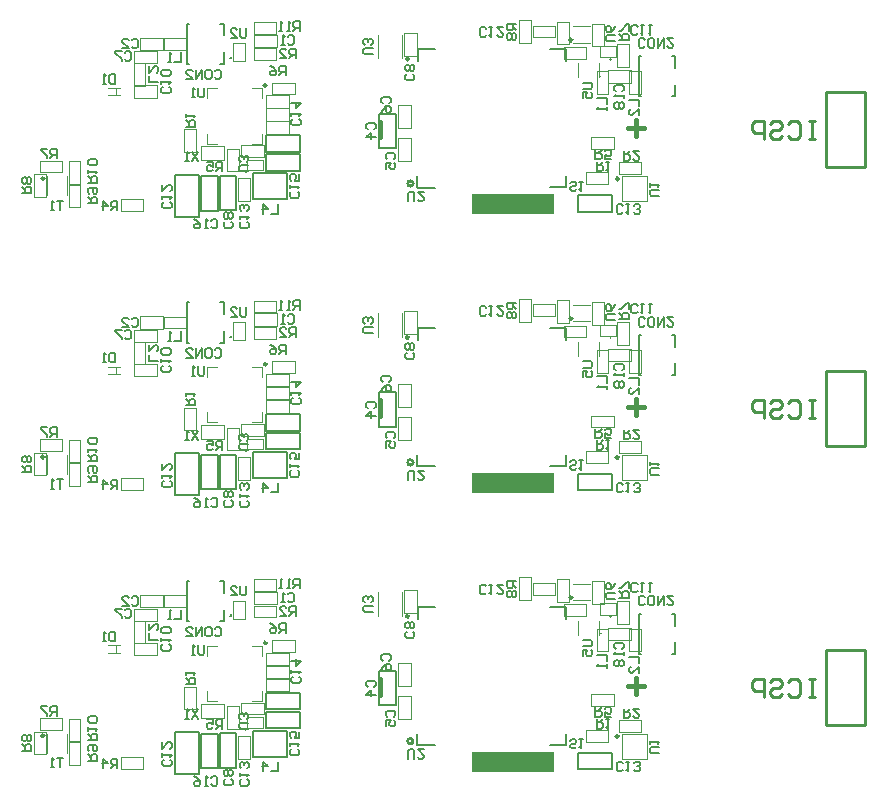
<source format=gbo>
G04*
G04 #@! TF.GenerationSoftware,Altium Limited,Altium Designer,19.1.6 (110)*
G04*
G04 Layer_Color=32896*
%FSAX25Y25*%
%MOIN*%
G70*
G01*
G75*
%ADD27C,0.00787*%
%ADD30C,0.01000*%
%ADD33C,0.00591*%
%ADD34C,0.00598*%
%ADD63C,0.01575*%
%ADD77C,0.00394*%
%ADD139R,0.27559X0.07087*%
%ADD140C,0.00197*%
D27*
X0286968Y0329980D02*
Y0326279D01*
X0287008Y0326240D02*
X0286968Y0326279D01*
X0292677Y0326240D02*
X0287008D01*
X0336417Y0326279D02*
X0331024D01*
X0336535Y0326397D02*
X0336417Y0326279D01*
X0336535Y0329980D02*
Y0326397D01*
X0336496Y0372224D02*
Y0368287D01*
Y0372224D02*
X0336417Y0372303D01*
X0331102D01*
X0292677Y0372381D02*
X0287165D01*
X0287008Y0372224D02*
Y0368248D01*
X0287165Y0372381D02*
X0287008Y0372224D01*
X0361527Y0370000D02*
X0360740D01*
Y0356614D01*
X0361527D02*
X0360740D01*
X0372945Y0370000D02*
Y0366062D01*
Y0370000D02*
X0371764D01*
X0372945Y0356614D02*
X0371764Y0356614D01*
X0372945Y0360551D02*
Y0356614D01*
X0351852Y0318194D02*
X0340352D01*
X0351852Y0323694D02*
Y0318194D01*
Y0323694D02*
X0340352D01*
Y0318194D01*
X0279758Y0350907D02*
Y0339407D01*
Y0350907D02*
X0274258D01*
Y0339407D01*
X0279758D02*
X0274258D01*
X0286968Y0237066D02*
Y0233366D01*
X0287008Y0233326D02*
X0286968Y0233366D01*
X0292677Y0233326D02*
X0287008D01*
X0336417Y0233366D02*
X0331024D01*
X0336535Y0233484D02*
X0336417Y0233366D01*
X0336535Y0237066D02*
Y0233484D01*
X0336496Y0279310D02*
Y0275374D01*
Y0279310D02*
X0336417Y0279389D01*
X0331102D01*
X0292677Y0279468D02*
X0287165D01*
X0287008Y0279310D02*
Y0275334D01*
X0287165Y0279468D02*
X0287008Y0279310D01*
X0361527Y0277086D02*
X0360740D01*
Y0263700D01*
X0361527D02*
X0360740D01*
X0372945Y0277086D02*
Y0273149D01*
Y0277086D02*
X0371764D01*
X0372945Y0263700D02*
X0371764Y0263700D01*
X0372945Y0267637D02*
Y0263700D01*
X0351852Y0225281D02*
X0340352D01*
X0351852Y0230781D02*
Y0225281D01*
Y0230781D02*
X0340352D01*
Y0225281D01*
X0279758Y0257994D02*
Y0246494D01*
Y0257994D02*
X0274258D01*
Y0246494D01*
X0279758D02*
X0274258D01*
X0286968Y0144153D02*
Y0140452D01*
X0287008Y0140413D02*
X0286968Y0140452D01*
X0292677Y0140413D02*
X0287008D01*
X0336417Y0140452D02*
X0331024D01*
X0336535Y0140570D02*
X0336417Y0140452D01*
X0336535Y0144153D02*
Y0140570D01*
X0336496Y0186397D02*
Y0182460D01*
Y0186397D02*
X0336417Y0186476D01*
X0331102D01*
X0292677Y0186555D02*
X0287165D01*
X0287008Y0186397D02*
Y0182421D01*
X0287165Y0186555D02*
X0287008Y0186397D01*
X0361527Y0184173D02*
X0360740D01*
Y0170787D01*
X0361527D02*
X0360740D01*
X0372945Y0184173D02*
Y0180236D01*
Y0184173D02*
X0371764D01*
X0372945Y0170787D02*
X0371764Y0170787D01*
X0372945Y0174724D02*
Y0170787D01*
X0351852Y0132368D02*
X0340352D01*
X0351852Y0137868D02*
Y0132368D01*
Y0137868D02*
X0340352D01*
Y0132368D01*
X0279758Y0165080D02*
Y0153580D01*
Y0165080D02*
X0274258D01*
Y0153580D01*
X0279758D02*
X0274258D01*
X0229947Y0145551D02*
G03*
X0229947Y0145551I-0000223J0000000D01*
G01*
X0232047Y0145183D02*
X0243465D01*
Y0136522D02*
Y0145183D01*
X0232047Y0136522D02*
X0243465D01*
X0232047D02*
Y0145183D01*
X0210136Y0195018D02*
X0210923D01*
X0210136Y0181632D02*
Y0195018D01*
Y0181632D02*
X0210923D01*
X0222340Y0191081D02*
Y0195018D01*
X0221159D02*
X0222340D01*
X0221159Y0181632D02*
X0222340Y0181632D01*
Y0185569D01*
X0236455Y0152250D02*
X0247955D01*
Y0157750D01*
X0236455D02*
X0247955D01*
X0236455Y0152250D02*
Y0157750D01*
X0214927Y0132715D02*
Y0144215D01*
Y0132715D02*
X0220427D01*
Y0144215D01*
X0214927D02*
X0220427D01*
X0236415Y0146069D02*
X0247915D01*
Y0151569D01*
X0236415D02*
X0247915D01*
X0236415Y0146069D02*
Y0151569D01*
X0206197Y0130717D02*
Y0144717D01*
X0214197D01*
Y0130717D02*
Y0144717D01*
X0206197Y0130717D02*
X0214197D01*
X0221029Y0132754D02*
Y0144254D01*
Y0132754D02*
X0226530D01*
Y0144254D01*
X0221029D02*
X0226530D01*
X0229947Y0238465D02*
G03*
X0229947Y0238465I-0000223J0000000D01*
G01*
X0232047Y0238096D02*
X0243465D01*
Y0229435D02*
Y0238096D01*
X0232047Y0229435D02*
X0243465D01*
X0232047D02*
Y0238096D01*
X0210136Y0287932D02*
X0210923D01*
X0210136Y0274546D02*
Y0287932D01*
Y0274546D02*
X0210923D01*
X0222340Y0283995D02*
Y0287932D01*
X0221159D02*
X0222340D01*
X0221159Y0274546D02*
X0222340Y0274546D01*
Y0278483D01*
X0236455Y0245163D02*
X0247955D01*
Y0250663D01*
X0236455D02*
X0247955D01*
X0236455Y0245163D02*
Y0250663D01*
X0214927Y0225628D02*
Y0237128D01*
Y0225628D02*
X0220427D01*
Y0237128D01*
X0214927D02*
X0220427D01*
X0236415Y0238982D02*
X0247915D01*
Y0244482D01*
X0236415D02*
X0247915D01*
X0236415Y0238982D02*
Y0244482D01*
X0206197Y0223630D02*
Y0237630D01*
X0214197D01*
Y0223630D02*
Y0237630D01*
X0206197Y0223630D02*
X0214197D01*
X0221029Y0225667D02*
Y0237167D01*
Y0225667D02*
X0226530D01*
Y0237167D01*
X0221029D02*
X0226530D01*
X0229947Y0331378D02*
G03*
X0229947Y0331378I-0000223J0000000D01*
G01*
X0232047Y0331010D02*
X0243465D01*
Y0322348D02*
Y0331010D01*
X0232047Y0322348D02*
X0243465D01*
X0232047D02*
Y0331010D01*
X0210136Y0380845D02*
X0210923D01*
X0210136Y0367459D02*
Y0380845D01*
Y0367459D02*
X0210923D01*
X0222340Y0376908D02*
Y0380845D01*
X0221159D02*
X0222340D01*
X0221159Y0367459D02*
X0222340Y0367459D01*
Y0371396D01*
X0236455Y0338077D02*
X0247955D01*
Y0343577D01*
X0236455D02*
X0247955D01*
X0236455Y0338077D02*
Y0343577D01*
X0214927Y0318541D02*
Y0330041D01*
Y0318541D02*
X0220427D01*
Y0330041D01*
X0214927D02*
X0220427D01*
X0236415Y0331896D02*
X0247915D01*
Y0337396D01*
X0236415D02*
X0247915D01*
X0236415Y0331896D02*
Y0337396D01*
X0206197Y0316543D02*
Y0330543D01*
X0214197D01*
Y0316543D02*
Y0330543D01*
X0206197Y0316543D02*
X0214197D01*
X0221029Y0318581D02*
Y0330081D01*
Y0318581D02*
X0226530D01*
Y0330081D01*
X0221029D02*
X0226530D01*
D30*
X0337675Y0375410D02*
G03*
X0337675Y0375410I0000473J0000000D01*
G01*
X0283236Y0369133D02*
G03*
X0283236Y0369133I0000426J0000000D01*
G01*
X0283701Y0327539D02*
G03*
X0283701Y0327539I0000905J0000000D01*
G01*
X0353096Y0329133D02*
G03*
X0353096Y0329133I0000487J0000000D01*
G01*
X0436087Y0333051D02*
X0423087D01*
X0436087Y0358051D02*
Y0333051D01*
Y0358051D02*
X0423087D01*
Y0333051D01*
X0419331Y0348320D02*
X0417331D01*
X0418331D01*
Y0342322D01*
X0419331D01*
X0417331D01*
X0410333Y0347321D02*
X0411333Y0348320D01*
X0413333D01*
X0414332Y0347321D01*
Y0343322D01*
X0413333Y0342322D01*
X0411333D01*
X0410333Y0343322D01*
X0404335Y0347321D02*
X0405335Y0348320D01*
X0407335D01*
X0408334Y0347321D01*
Y0346321D01*
X0407335Y0345321D01*
X0405335D01*
X0404335Y0344322D01*
Y0343322D01*
X0405335Y0342322D01*
X0407335D01*
X0408334Y0343322D01*
X0402336Y0342322D02*
Y0348320D01*
X0399337D01*
X0398337Y0347321D01*
Y0345321D01*
X0399337Y0344322D01*
X0402336D01*
X0337675Y0282496D02*
G03*
X0337675Y0282496I0000473J0000000D01*
G01*
X0283236Y0276220D02*
G03*
X0283236Y0276220I0000426J0000000D01*
G01*
X0283701Y0234626D02*
G03*
X0283701Y0234626I0000905J0000000D01*
G01*
X0353096Y0236220D02*
G03*
X0353096Y0236220I0000487J0000000D01*
G01*
X0436087Y0240137D02*
X0423087D01*
X0436087Y0265137D02*
Y0240137D01*
Y0265137D02*
X0423087D01*
Y0240137D01*
X0419331Y0255407D02*
X0417331D01*
X0418331D01*
Y0249409D01*
X0419331D01*
X0417331D01*
X0410333Y0254407D02*
X0411333Y0255407D01*
X0413333D01*
X0414332Y0254407D01*
Y0250409D01*
X0413333Y0249409D01*
X0411333D01*
X0410333Y0250409D01*
X0404335Y0254407D02*
X0405335Y0255407D01*
X0407335D01*
X0408334Y0254407D01*
Y0253408D01*
X0407335Y0252408D01*
X0405335D01*
X0404335Y0251408D01*
Y0250409D01*
X0405335Y0249409D01*
X0407335D01*
X0408334Y0250409D01*
X0402336Y0249409D02*
Y0255407D01*
X0399337D01*
X0398337Y0254407D01*
Y0252408D01*
X0399337Y0251408D01*
X0402336D01*
X0337675Y0189583D02*
G03*
X0337675Y0189583I0000473J0000000D01*
G01*
X0283236Y0183307D02*
G03*
X0283236Y0183307I0000426J0000000D01*
G01*
X0283701Y0141712D02*
G03*
X0283701Y0141712I0000905J0000000D01*
G01*
X0353096Y0143307D02*
G03*
X0353096Y0143307I0000487J0000000D01*
G01*
X0436087Y0147224D02*
X0423087D01*
X0436087Y0172224D02*
Y0147224D01*
Y0172224D02*
X0423087D01*
Y0147224D01*
X0419331Y0162494D02*
X0417331D01*
X0418331D01*
Y0156495D01*
X0419331D01*
X0417331D01*
X0410333Y0161494D02*
X0411333Y0162494D01*
X0413333D01*
X0414332Y0161494D01*
Y0157495D01*
X0413333Y0156495D01*
X0411333D01*
X0410333Y0157495D01*
X0404335Y0161494D02*
X0405335Y0162494D01*
X0407335D01*
X0408334Y0161494D01*
Y0160494D01*
X0407335Y0159494D01*
X0405335D01*
X0404335Y0158495D01*
Y0157495D01*
X0405335Y0156495D01*
X0407335D01*
X0408334Y0157495D01*
X0402336Y0156495D02*
Y0162494D01*
X0399337D01*
X0398337Y0161494D01*
Y0159494D01*
X0399337Y0158495D01*
X0402336D01*
X0224827Y0183550D02*
G03*
X0224827Y0183550I-0000197J0000000D01*
G01*
X0236645Y0174449D02*
G03*
X0236645Y0174449I-0000424J0000000D01*
G01*
X0162599Y0143504D02*
G03*
X0162599Y0143504I-0000473J0000000D01*
G01*
X0224827Y0276464D02*
G03*
X0224827Y0276464I-0000197J0000000D01*
G01*
X0236645Y0267362D02*
G03*
X0236645Y0267362I-0000424J0000000D01*
G01*
X0162599Y0236417D02*
G03*
X0162599Y0236417I-0000473J0000000D01*
G01*
X0224827Y0369377D02*
G03*
X0224827Y0369377I-0000197J0000000D01*
G01*
X0236645Y0360276D02*
G03*
X0236645Y0360276I-0000424J0000000D01*
G01*
X0162599Y0329331D02*
G03*
X0162599Y0329331I-0000473J0000000D01*
G01*
D33*
X0357560Y0355511D02*
X0360709D01*
Y0353412D01*
Y0350264D02*
Y0352363D01*
X0358610Y0350264D01*
X0358085D01*
X0357560Y0350788D01*
Y0351838D01*
X0358085Y0352363D01*
X0346851Y0356220D02*
X0350000D01*
Y0354121D01*
Y0353071D02*
Y0352022D01*
Y0352547D01*
X0346851D01*
X0347376Y0353071D01*
X0362808Y0373321D02*
X0362283Y0372796D01*
X0361233D01*
X0360709Y0373321D01*
Y0375420D01*
X0361233Y0375944D01*
X0362283D01*
X0362808Y0375420D01*
X0365431Y0372796D02*
X0364382D01*
X0363857Y0373321D01*
Y0375420D01*
X0364382Y0375944D01*
X0365431D01*
X0365956Y0375420D01*
Y0373321D01*
X0365431Y0372796D01*
X0367006Y0375944D02*
Y0372796D01*
X0369105Y0375944D01*
Y0372796D01*
X0372253Y0375944D02*
X0370154D01*
X0372253Y0373845D01*
Y0373321D01*
X0371729Y0372796D01*
X0370679D01*
X0370154Y0373321D01*
X0353164Y0358255D02*
X0352639Y0358780D01*
Y0359829D01*
X0353164Y0360354D01*
X0355263D01*
X0355787Y0359829D01*
Y0358780D01*
X0355263Y0358255D01*
X0355787Y0357205D02*
Y0356156D01*
Y0356680D01*
X0352639D01*
X0353164Y0357205D01*
Y0354581D02*
X0352639Y0354057D01*
Y0353007D01*
X0353164Y0352482D01*
X0353688D01*
X0354213Y0353007D01*
X0354738Y0352482D01*
X0355263D01*
X0355787Y0353007D01*
Y0354057D01*
X0355263Y0354581D01*
X0354738D01*
X0354213Y0354057D01*
X0353688Y0354581D01*
X0353164D01*
X0354213Y0354057D02*
Y0353007D01*
X0270408Y0345617D02*
X0269883Y0346142D01*
Y0347191D01*
X0270408Y0347716D01*
X0272507D01*
X0273031Y0347191D01*
Y0346142D01*
X0272507Y0345617D01*
X0273031Y0342993D02*
X0269883D01*
X0271457Y0344567D01*
Y0342468D01*
X0355709Y0338385D02*
Y0335237D01*
X0357283D01*
X0357808Y0335761D01*
Y0336811D01*
X0357283Y0337336D01*
X0355709D01*
X0356758D02*
X0357808Y0338385D01*
X0360956D02*
X0358857D01*
X0360956Y0336286D01*
Y0335761D01*
X0360432Y0335237D01*
X0359382D01*
X0358857Y0335761D01*
X0346654Y0334842D02*
Y0331693D01*
X0348228D01*
X0348752Y0332218D01*
Y0333268D01*
X0348228Y0333792D01*
X0346654D01*
X0347703D02*
X0348752Y0334842D01*
X0349802D02*
X0350852D01*
X0350327D01*
Y0331693D01*
X0349802Y0332218D01*
X0272085Y0370590D02*
X0269462D01*
X0268937Y0371115D01*
Y0372164D01*
X0269462Y0372689D01*
X0272085D01*
X0271561Y0373739D02*
X0272085Y0374263D01*
Y0375313D01*
X0271561Y0375838D01*
X0271036D01*
X0270511Y0375313D01*
Y0374788D01*
Y0375313D01*
X0269987Y0375838D01*
X0269462D01*
X0268937Y0375313D01*
Y0374263D01*
X0269462Y0373739D01*
X0283866Y0321654D02*
Y0324278D01*
X0284391Y0324803D01*
X0285440D01*
X0285965Y0324278D01*
Y0321654D01*
X0289114Y0324803D02*
X0287015D01*
X0289114Y0322704D01*
Y0322179D01*
X0288589Y0321654D01*
X0287539D01*
X0287015Y0322179D01*
X0367519Y0323425D02*
X0364895D01*
X0364370Y0323949D01*
Y0324999D01*
X0364895Y0325524D01*
X0367519D01*
X0364370Y0326573D02*
Y0327623D01*
Y0327098D01*
X0367519D01*
X0366994Y0326573D01*
X0319921Y0380748D02*
X0316773D01*
Y0379173D01*
X0317297Y0378648D01*
X0318347D01*
X0318872Y0379173D01*
Y0380748D01*
Y0379698D02*
X0319921Y0378648D01*
X0317297Y0377599D02*
X0316773Y0377074D01*
Y0376025D01*
X0317297Y0375500D01*
X0317822D01*
X0318347Y0376025D01*
X0318872Y0375500D01*
X0319396D01*
X0319921Y0376025D01*
Y0377074D01*
X0319396Y0377599D01*
X0318872D01*
X0318347Y0377074D01*
X0317822Y0377599D01*
X0317297D01*
X0318347Y0377074D02*
Y0376025D01*
X0354251Y0375370D02*
X0357399D01*
Y0376945D01*
X0356874Y0377469D01*
X0355825D01*
X0355300Y0376945D01*
Y0375370D01*
Y0376420D02*
X0354251Y0377469D01*
X0357399Y0378519D02*
Y0380618D01*
X0356874D01*
X0354776Y0378519D01*
X0354251D01*
X0346260Y0338779D02*
Y0335630D01*
X0347834D01*
X0348359Y0336155D01*
Y0337205D01*
X0347834Y0337730D01*
X0346260D01*
X0347309D02*
X0348359Y0338779D01*
X0351507Y0335630D02*
X0349408D01*
Y0337205D01*
X0350458Y0336680D01*
X0350983D01*
X0351507Y0337205D01*
Y0338254D01*
X0350983Y0338779D01*
X0349933D01*
X0349408Y0338254D01*
X0355445Y0318045D02*
X0354921Y0317520D01*
X0353871D01*
X0353346Y0318045D01*
Y0320144D01*
X0353871Y0320669D01*
X0354921D01*
X0355445Y0320144D01*
X0356495Y0320669D02*
X0357544D01*
X0357020D01*
Y0317520D01*
X0356495Y0318045D01*
X0359119D02*
X0359644Y0317520D01*
X0360693D01*
X0361218Y0318045D01*
Y0318570D01*
X0360693Y0319094D01*
X0360168D01*
X0360693D01*
X0361218Y0319619D01*
Y0320144D01*
X0360693Y0320669D01*
X0359644D01*
X0359119Y0320144D01*
X0360367Y0377691D02*
X0359842Y0377166D01*
X0358792D01*
X0358268Y0377691D01*
Y0379790D01*
X0358792Y0380314D01*
X0359842D01*
X0360367Y0379790D01*
X0361416Y0380314D02*
X0362466D01*
X0361941D01*
Y0377166D01*
X0361416Y0377691D01*
X0364040Y0380314D02*
X0365090D01*
X0364565D01*
Y0377166D01*
X0364040Y0377691D01*
X0285419Y0364067D02*
X0285944Y0363542D01*
Y0362493D01*
X0285419Y0361968D01*
X0283320D01*
X0282795Y0362493D01*
Y0363542D01*
X0283320Y0364067D01*
X0285419Y0365117D02*
X0285944Y0365641D01*
Y0366691D01*
X0285419Y0367216D01*
X0284894D01*
X0284369Y0366691D01*
X0283845Y0367216D01*
X0283320D01*
X0282795Y0366691D01*
Y0365641D01*
X0283320Y0365117D01*
X0283845D01*
X0284369Y0365641D01*
X0284894Y0365117D01*
X0285419D01*
X0284369Y0365641D02*
Y0366691D01*
X0275408Y0354318D02*
X0274883Y0354842D01*
Y0355892D01*
X0275408Y0356417D01*
X0277507D01*
X0278031Y0355892D01*
Y0354842D01*
X0277507Y0354318D01*
X0274883Y0351169D02*
X0275408Y0352219D01*
X0276457Y0353268D01*
X0277507D01*
X0278031Y0352743D01*
Y0351694D01*
X0277507Y0351169D01*
X0276982D01*
X0276457Y0351694D01*
Y0353268D01*
X0276943Y0335578D02*
X0276418Y0336102D01*
Y0337152D01*
X0276943Y0337677D01*
X0279042D01*
X0279567Y0337152D01*
Y0336102D01*
X0279042Y0335578D01*
X0276418Y0332429D02*
Y0334528D01*
X0277993D01*
X0277468Y0333478D01*
Y0332954D01*
X0277993Y0332429D01*
X0279042D01*
X0279567Y0332954D01*
Y0334003D01*
X0279042Y0334528D01*
X0357560Y0262598D02*
X0360709D01*
Y0260499D01*
Y0257350D02*
Y0259449D01*
X0358610Y0257350D01*
X0358085D01*
X0357560Y0257875D01*
Y0258925D01*
X0358085Y0259449D01*
X0346851Y0263307D02*
X0350000D01*
Y0261208D01*
Y0260158D02*
Y0259108D01*
Y0259633D01*
X0346851D01*
X0347376Y0260158D01*
X0362808Y0280407D02*
X0362283Y0279882D01*
X0361233D01*
X0360709Y0280407D01*
Y0282506D01*
X0361233Y0283031D01*
X0362283D01*
X0362808Y0282506D01*
X0365431Y0279882D02*
X0364382D01*
X0363857Y0280407D01*
Y0282506D01*
X0364382Y0283031D01*
X0365431D01*
X0365956Y0282506D01*
Y0280407D01*
X0365431Y0279882D01*
X0367006Y0283031D02*
Y0279882D01*
X0369105Y0283031D01*
Y0279882D01*
X0372253Y0283031D02*
X0370154D01*
X0372253Y0280932D01*
Y0280407D01*
X0371729Y0279882D01*
X0370679D01*
X0370154Y0280407D01*
X0353164Y0265341D02*
X0352639Y0265866D01*
Y0266916D01*
X0353164Y0267440D01*
X0355263D01*
X0355787Y0266916D01*
Y0265866D01*
X0355263Y0265341D01*
X0355787Y0264292D02*
Y0263242D01*
Y0263767D01*
X0352639D01*
X0353164Y0264292D01*
Y0261668D02*
X0352639Y0261143D01*
Y0260094D01*
X0353164Y0259569D01*
X0353688D01*
X0354213Y0260094D01*
X0354738Y0259569D01*
X0355263D01*
X0355787Y0260094D01*
Y0261143D01*
X0355263Y0261668D01*
X0354738D01*
X0354213Y0261143D01*
X0353688Y0261668D01*
X0353164D01*
X0354213Y0261143D02*
Y0260094D01*
X0270408Y0252703D02*
X0269883Y0253228D01*
Y0254278D01*
X0270408Y0254803D01*
X0272507D01*
X0273031Y0254278D01*
Y0253228D01*
X0272507Y0252703D01*
X0273031Y0250080D02*
X0269883D01*
X0271457Y0251654D01*
Y0249555D01*
X0355709Y0245472D02*
Y0242323D01*
X0357283D01*
X0357808Y0242848D01*
Y0243898D01*
X0357283Y0244422D01*
X0355709D01*
X0356758D02*
X0357808Y0245472D01*
X0360956D02*
X0358857D01*
X0360956Y0243373D01*
Y0242848D01*
X0360432Y0242323D01*
X0359382D01*
X0358857Y0242848D01*
X0346654Y0241929D02*
Y0238780D01*
X0348228D01*
X0348752Y0239305D01*
Y0240354D01*
X0348228Y0240879D01*
X0346654D01*
X0347703D02*
X0348752Y0241929D01*
X0349802D02*
X0350852D01*
X0350327D01*
Y0238780D01*
X0349802Y0239305D01*
X0272085Y0277677D02*
X0269462D01*
X0268937Y0278201D01*
Y0279251D01*
X0269462Y0279776D01*
X0272085D01*
X0271561Y0280825D02*
X0272085Y0281350D01*
Y0282400D01*
X0271561Y0282924D01*
X0271036D01*
X0270511Y0282400D01*
Y0281875D01*
Y0282400D01*
X0269987Y0282924D01*
X0269462D01*
X0268937Y0282400D01*
Y0281350D01*
X0269462Y0280825D01*
X0283866Y0228741D02*
Y0231364D01*
X0284391Y0231889D01*
X0285440D01*
X0285965Y0231364D01*
Y0228741D01*
X0289114Y0231889D02*
X0287015D01*
X0289114Y0229790D01*
Y0229265D01*
X0288589Y0228741D01*
X0287539D01*
X0287015Y0229265D01*
X0367519Y0230511D02*
X0364895D01*
X0364370Y0231036D01*
Y0232086D01*
X0364895Y0232610D01*
X0367519D01*
X0364370Y0233660D02*
Y0234709D01*
Y0234185D01*
X0367519D01*
X0366994Y0233660D01*
X0319921Y0287834D02*
X0316773D01*
Y0286260D01*
X0317297Y0285735D01*
X0318347D01*
X0318872Y0286260D01*
Y0287834D01*
Y0286785D02*
X0319921Y0285735D01*
X0317297Y0284685D02*
X0316773Y0284161D01*
Y0283111D01*
X0317297Y0282587D01*
X0317822D01*
X0318347Y0283111D01*
X0318872Y0282587D01*
X0319396D01*
X0319921Y0283111D01*
Y0284161D01*
X0319396Y0284685D01*
X0318872D01*
X0318347Y0284161D01*
X0317822Y0284685D01*
X0317297D01*
X0318347Y0284161D02*
Y0283111D01*
X0354251Y0282457D02*
X0357399D01*
Y0284031D01*
X0356874Y0284556D01*
X0355825D01*
X0355300Y0284031D01*
Y0282457D01*
Y0283506D02*
X0354251Y0284556D01*
X0357399Y0285606D02*
Y0287705D01*
X0356874D01*
X0354776Y0285606D01*
X0354251D01*
X0346260Y0245866D02*
Y0242717D01*
X0347834D01*
X0348359Y0243242D01*
Y0244291D01*
X0347834Y0244816D01*
X0346260D01*
X0347309D02*
X0348359Y0245866D01*
X0351507Y0242717D02*
X0349408D01*
Y0244291D01*
X0350458Y0243766D01*
X0350983D01*
X0351507Y0244291D01*
Y0245341D01*
X0350983Y0245866D01*
X0349933D01*
X0349408Y0245341D01*
X0355445Y0225132D02*
X0354921Y0224607D01*
X0353871D01*
X0353346Y0225132D01*
Y0227231D01*
X0353871Y0227755D01*
X0354921D01*
X0355445Y0227231D01*
X0356495Y0227755D02*
X0357544D01*
X0357020D01*
Y0224607D01*
X0356495Y0225132D01*
X0359119D02*
X0359644Y0224607D01*
X0360693D01*
X0361218Y0225132D01*
Y0225656D01*
X0360693Y0226181D01*
X0360168D01*
X0360693D01*
X0361218Y0226706D01*
Y0227231D01*
X0360693Y0227755D01*
X0359644D01*
X0359119Y0227231D01*
X0360367Y0284777D02*
X0359842Y0284252D01*
X0358792D01*
X0358268Y0284777D01*
Y0286876D01*
X0358792Y0287401D01*
X0359842D01*
X0360367Y0286876D01*
X0361416Y0287401D02*
X0362466D01*
X0361941D01*
Y0284252D01*
X0361416Y0284777D01*
X0364040Y0287401D02*
X0365090D01*
X0364565D01*
Y0284252D01*
X0364040Y0284777D01*
X0285419Y0271154D02*
X0285944Y0270629D01*
Y0269579D01*
X0285419Y0269055D01*
X0283320D01*
X0282795Y0269579D01*
Y0270629D01*
X0283320Y0271154D01*
X0285419Y0272203D02*
X0285944Y0272728D01*
Y0273778D01*
X0285419Y0274302D01*
X0284894D01*
X0284369Y0273778D01*
X0283845Y0274302D01*
X0283320D01*
X0282795Y0273778D01*
Y0272728D01*
X0283320Y0272203D01*
X0283845D01*
X0284369Y0272728D01*
X0284894Y0272203D01*
X0285419D01*
X0284369Y0272728D02*
Y0273778D01*
X0275408Y0261404D02*
X0274883Y0261929D01*
Y0262979D01*
X0275408Y0263503D01*
X0277507D01*
X0278031Y0262979D01*
Y0261929D01*
X0277507Y0261404D01*
X0274883Y0258256D02*
X0275408Y0259305D01*
X0276457Y0260355D01*
X0277507D01*
X0278031Y0259830D01*
Y0258781D01*
X0277507Y0258256D01*
X0276982D01*
X0276457Y0258781D01*
Y0260355D01*
X0276943Y0242664D02*
X0276418Y0243189D01*
Y0244238D01*
X0276943Y0244763D01*
X0279042D01*
X0279567Y0244238D01*
Y0243189D01*
X0279042Y0242664D01*
X0276418Y0239516D02*
Y0241615D01*
X0277993D01*
X0277468Y0240565D01*
Y0240040D01*
X0277993Y0239516D01*
X0279042D01*
X0279567Y0240040D01*
Y0241090D01*
X0279042Y0241615D01*
X0357560Y0169685D02*
X0360709D01*
Y0167585D01*
Y0164437D02*
Y0166536D01*
X0358610Y0164437D01*
X0358085D01*
X0357560Y0164962D01*
Y0166011D01*
X0358085Y0166536D01*
X0346851Y0170393D02*
X0350000D01*
Y0168294D01*
Y0167245D02*
Y0166195D01*
Y0166720D01*
X0346851D01*
X0347376Y0167245D01*
X0362808Y0187494D02*
X0362283Y0186969D01*
X0361233D01*
X0360709Y0187494D01*
Y0189593D01*
X0361233Y0190118D01*
X0362283D01*
X0362808Y0189593D01*
X0365431Y0186969D02*
X0364382D01*
X0363857Y0187494D01*
Y0189593D01*
X0364382Y0190118D01*
X0365431D01*
X0365956Y0189593D01*
Y0187494D01*
X0365431Y0186969D01*
X0367006Y0190118D02*
Y0186969D01*
X0369105Y0190118D01*
Y0186969D01*
X0372253Y0190118D02*
X0370154D01*
X0372253Y0188019D01*
Y0187494D01*
X0371729Y0186969D01*
X0370679D01*
X0370154Y0187494D01*
X0353164Y0172428D02*
X0352639Y0172953D01*
Y0174002D01*
X0353164Y0174527D01*
X0355263D01*
X0355787Y0174002D01*
Y0172953D01*
X0355263Y0172428D01*
X0355787Y0171378D02*
Y0170329D01*
Y0170854D01*
X0352639D01*
X0353164Y0171378D01*
Y0168755D02*
X0352639Y0168230D01*
Y0167180D01*
X0353164Y0166656D01*
X0353688D01*
X0354213Y0167180D01*
X0354738Y0166656D01*
X0355263D01*
X0355787Y0167180D01*
Y0168230D01*
X0355263Y0168755D01*
X0354738D01*
X0354213Y0168230D01*
X0353688Y0168755D01*
X0353164D01*
X0354213Y0168230D02*
Y0167180D01*
X0270408Y0159790D02*
X0269883Y0160315D01*
Y0161364D01*
X0270408Y0161889D01*
X0272507D01*
X0273031Y0161364D01*
Y0160315D01*
X0272507Y0159790D01*
X0273031Y0157166D02*
X0269883D01*
X0271457Y0158741D01*
Y0156642D01*
X0355709Y0152559D02*
Y0149410D01*
X0357283D01*
X0357808Y0149935D01*
Y0150984D01*
X0357283Y0151509D01*
X0355709D01*
X0356758D02*
X0357808Y0152559D01*
X0360956D02*
X0358857D01*
X0360956Y0150459D01*
Y0149935D01*
X0360432Y0149410D01*
X0359382D01*
X0358857Y0149935D01*
X0346654Y0149015D02*
Y0145867D01*
X0348228D01*
X0348752Y0146391D01*
Y0147441D01*
X0348228Y0147966D01*
X0346654D01*
X0347703D02*
X0348752Y0149015D01*
X0349802D02*
X0350852D01*
X0350327D01*
Y0145867D01*
X0349802Y0146391D01*
X0272085Y0184763D02*
X0269462D01*
X0268937Y0185288D01*
Y0186337D01*
X0269462Y0186862D01*
X0272085D01*
X0271561Y0187912D02*
X0272085Y0188437D01*
Y0189486D01*
X0271561Y0190011D01*
X0271036D01*
X0270511Y0189486D01*
Y0188961D01*
Y0189486D01*
X0269987Y0190011D01*
X0269462D01*
X0268937Y0189486D01*
Y0188437D01*
X0269462Y0187912D01*
X0283866Y0135827D02*
Y0138451D01*
X0284391Y0138976D01*
X0285440D01*
X0285965Y0138451D01*
Y0135827D01*
X0289114Y0138976D02*
X0287015D01*
X0289114Y0136877D01*
Y0136352D01*
X0288589Y0135827D01*
X0287539D01*
X0287015Y0136352D01*
X0367519Y0137598D02*
X0364895D01*
X0364370Y0138123D01*
Y0139172D01*
X0364895Y0139697D01*
X0367519D01*
X0364370Y0140746D02*
Y0141796D01*
Y0141271D01*
X0367519D01*
X0366994Y0140746D01*
X0319921Y0194921D02*
X0316773D01*
Y0193346D01*
X0317297Y0192822D01*
X0318347D01*
X0318872Y0193346D01*
Y0194921D01*
Y0193871D02*
X0319921Y0192822D01*
X0317297Y0191772D02*
X0316773Y0191247D01*
Y0190198D01*
X0317297Y0189673D01*
X0317822D01*
X0318347Y0190198D01*
X0318872Y0189673D01*
X0319396D01*
X0319921Y0190198D01*
Y0191247D01*
X0319396Y0191772D01*
X0318872D01*
X0318347Y0191247D01*
X0317822Y0191772D01*
X0317297D01*
X0318347Y0191247D02*
Y0190198D01*
X0354251Y0189543D02*
X0357399D01*
Y0191118D01*
X0356874Y0191643D01*
X0355825D01*
X0355300Y0191118D01*
Y0189543D01*
Y0190593D02*
X0354251Y0191643D01*
X0357399Y0192692D02*
Y0194791D01*
X0356874D01*
X0354776Y0192692D01*
X0354251D01*
X0346260Y0152952D02*
Y0149804D01*
X0347834D01*
X0348359Y0150328D01*
Y0151378D01*
X0347834Y0151903D01*
X0346260D01*
X0347309D02*
X0348359Y0152952D01*
X0351507Y0149804D02*
X0349408D01*
Y0151378D01*
X0350458Y0150853D01*
X0350983D01*
X0351507Y0151378D01*
Y0152427D01*
X0350983Y0152952D01*
X0349933D01*
X0349408Y0152427D01*
X0355445Y0132218D02*
X0354921Y0131693D01*
X0353871D01*
X0353346Y0132218D01*
Y0134317D01*
X0353871Y0134842D01*
X0354921D01*
X0355445Y0134317D01*
X0356495Y0134842D02*
X0357544D01*
X0357020D01*
Y0131693D01*
X0356495Y0132218D01*
X0359119D02*
X0359644Y0131693D01*
X0360693D01*
X0361218Y0132218D01*
Y0132743D01*
X0360693Y0133268D01*
X0360168D01*
X0360693D01*
X0361218Y0133792D01*
Y0134317D01*
X0360693Y0134842D01*
X0359644D01*
X0359119Y0134317D01*
X0360367Y0191864D02*
X0359842Y0191339D01*
X0358792D01*
X0358268Y0191864D01*
Y0193963D01*
X0358792Y0194488D01*
X0359842D01*
X0360367Y0193963D01*
X0361416Y0194488D02*
X0362466D01*
X0361941D01*
Y0191339D01*
X0361416Y0191864D01*
X0364040Y0194488D02*
X0365090D01*
X0364565D01*
Y0191339D01*
X0364040Y0191864D01*
X0285419Y0178240D02*
X0285944Y0177716D01*
Y0176666D01*
X0285419Y0176141D01*
X0283320D01*
X0282795Y0176666D01*
Y0177716D01*
X0283320Y0178240D01*
X0285419Y0179290D02*
X0285944Y0179815D01*
Y0180864D01*
X0285419Y0181389D01*
X0284894D01*
X0284369Y0180864D01*
X0283845Y0181389D01*
X0283320D01*
X0282795Y0180864D01*
Y0179815D01*
X0283320Y0179290D01*
X0283845D01*
X0284369Y0179815D01*
X0284894Y0179290D01*
X0285419D01*
X0284369Y0179815D02*
Y0180864D01*
X0275408Y0168491D02*
X0274883Y0169016D01*
Y0170065D01*
X0275408Y0170590D01*
X0277507D01*
X0278031Y0170065D01*
Y0169016D01*
X0277507Y0168491D01*
X0274883Y0165342D02*
X0275408Y0166392D01*
X0276457Y0167441D01*
X0277507D01*
X0278031Y0166917D01*
Y0165867D01*
X0277507Y0165342D01*
X0276982D01*
X0276457Y0165867D01*
Y0167441D01*
X0276943Y0149751D02*
X0276418Y0150276D01*
Y0151325D01*
X0276943Y0151850D01*
X0279042D01*
X0279567Y0151325D01*
Y0150276D01*
X0279042Y0149751D01*
X0276418Y0146602D02*
Y0148701D01*
X0277993D01*
X0277468Y0147652D01*
Y0147127D01*
X0277993Y0146602D01*
X0279042D01*
X0279567Y0147127D01*
Y0148177D01*
X0279042Y0148701D01*
X0224947Y0129028D02*
X0225471Y0128504D01*
Y0127454D01*
X0224947Y0126929D01*
X0222848D01*
X0222323Y0127454D01*
Y0128504D01*
X0222848Y0129028D01*
X0224947Y0130078D02*
X0225471Y0130603D01*
Y0131652D01*
X0224947Y0132177D01*
X0224422D01*
X0223897Y0131652D01*
X0223372Y0132177D01*
X0222848D01*
X0222323Y0131652D01*
Y0130603D01*
X0222848Y0130078D01*
X0223372D01*
X0223897Y0130603D01*
X0224422Y0130078D01*
X0224947D01*
X0223897Y0130603D02*
Y0131652D01*
X0230611Y0145804D02*
X0227987D01*
X0227462Y0146329D01*
Y0147378D01*
X0227987Y0147903D01*
X0230611D01*
X0230086Y0148952D02*
X0230611Y0149477D01*
Y0150527D01*
X0230086Y0151051D01*
X0229561D01*
X0229037Y0150527D01*
Y0150002D01*
Y0150527D01*
X0228512Y0151051D01*
X0227987D01*
X0227462Y0150527D01*
Y0149477D01*
X0227987Y0148952D01*
X0221933Y0145799D02*
Y0148948D01*
X0220359D01*
X0219834Y0148423D01*
Y0147373D01*
X0220359Y0146848D01*
X0221933D01*
X0220884D02*
X0219834Y0145799D01*
X0216686Y0148948D02*
X0218785D01*
Y0147373D01*
X0217735Y0147898D01*
X0217210D01*
X0216686Y0147373D01*
Y0146324D01*
X0217210Y0145799D01*
X0218260D01*
X0218785Y0146324D01*
X0186969Y0132756D02*
Y0135905D01*
X0185394D01*
X0184869Y0135380D01*
Y0134330D01*
X0185394Y0133806D01*
X0186969D01*
X0185919D02*
X0184869Y0132756D01*
X0182246D02*
Y0135905D01*
X0183820Y0134330D01*
X0181721D01*
X0240354Y0134867D02*
Y0131719D01*
X0238255D01*
X0235631D02*
Y0134867D01*
X0237206Y0133293D01*
X0235107D01*
X0218194Y0129393D02*
X0218719Y0129918D01*
X0219769D01*
X0220293Y0129393D01*
Y0127294D01*
X0219769Y0126769D01*
X0218719D01*
X0218194Y0127294D01*
X0217145Y0126769D02*
X0216095D01*
X0216620D01*
Y0129918D01*
X0217145Y0129393D01*
X0212422Y0129918D02*
X0213471Y0129393D01*
X0214521Y0128343D01*
Y0127294D01*
X0213996Y0126769D01*
X0212947D01*
X0212422Y0127294D01*
Y0127819D01*
X0212947Y0128343D01*
X0214521D01*
X0247073Y0139068D02*
X0247597Y0138543D01*
Y0137493D01*
X0247073Y0136969D01*
X0244974D01*
X0244449Y0137493D01*
Y0138543D01*
X0244974Y0139068D01*
X0244449Y0140117D02*
Y0141167D01*
Y0140642D01*
X0247597D01*
X0247073Y0140117D01*
X0247597Y0144840D02*
Y0142741D01*
X0246023D01*
X0246548Y0143790D01*
Y0144315D01*
X0246023Y0144840D01*
X0244974D01*
X0244449Y0144315D01*
Y0143266D01*
X0244974Y0142741D01*
X0247507Y0163198D02*
X0248032Y0162673D01*
Y0161624D01*
X0247507Y0161099D01*
X0245408D01*
X0244883Y0161624D01*
Y0162673D01*
X0245408Y0163198D01*
X0244883Y0164248D02*
Y0165297D01*
Y0164772D01*
X0248032D01*
X0247507Y0164248D01*
X0244883Y0168446D02*
X0248032D01*
X0246458Y0166871D01*
Y0168970D01*
X0230301Y0128949D02*
X0230826Y0128425D01*
Y0127375D01*
X0230301Y0126850D01*
X0228202D01*
X0227677Y0127375D01*
Y0128425D01*
X0228202Y0128949D01*
X0227677Y0129999D02*
Y0131049D01*
Y0130524D01*
X0230826D01*
X0230301Y0129999D01*
Y0132623D02*
X0230826Y0133148D01*
Y0134197D01*
X0230301Y0134722D01*
X0229776D01*
X0229252Y0134197D01*
Y0133672D01*
Y0134197D01*
X0228727Y0134722D01*
X0228202D01*
X0227677Y0134197D01*
Y0133148D01*
X0228202Y0132623D01*
X0204474Y0135524D02*
X0204999Y0135000D01*
Y0133950D01*
X0204474Y0133425D01*
X0202375D01*
X0201850Y0133950D01*
Y0135000D01*
X0202375Y0135524D01*
X0201850Y0136574D02*
Y0137623D01*
Y0137099D01*
X0204999D01*
X0204474Y0136574D01*
X0201850Y0141297D02*
Y0139198D01*
X0203949Y0141297D01*
X0204474D01*
X0204999Y0140772D01*
Y0139722D01*
X0204474Y0139198D01*
X0215905Y0173700D02*
Y0171076D01*
X0215381Y0170551D01*
X0214331D01*
X0213806Y0171076D01*
Y0173700D01*
X0212757Y0170551D02*
X0211707D01*
X0212232D01*
Y0173700D01*
X0212757Y0173175D01*
X0219394Y0179213D02*
X0219919Y0179737D01*
X0220969D01*
X0221493Y0179213D01*
Y0177114D01*
X0220969Y0176589D01*
X0219919D01*
X0219394Y0177114D01*
X0216770Y0179737D02*
X0217820D01*
X0218345Y0179213D01*
Y0177114D01*
X0217820Y0176589D01*
X0216770D01*
X0216246Y0177114D01*
Y0179213D01*
X0216770Y0179737D01*
X0215196Y0176589D02*
Y0179737D01*
X0213097Y0176589D01*
Y0179737D01*
X0209948Y0176589D02*
X0212048D01*
X0209948Y0178688D01*
Y0179213D01*
X0210473Y0179737D01*
X0211523D01*
X0212048Y0179213D01*
X0213819Y0152283D02*
X0211720Y0149134D01*
Y0152283D02*
X0213819Y0149134D01*
X0210670D02*
X0209621D01*
X0210145D01*
Y0152283D01*
X0210670Y0151758D01*
X0229953Y0193418D02*
Y0190794D01*
X0229429Y0190269D01*
X0228379D01*
X0227854Y0190794D01*
Y0193418D01*
X0224706Y0190269D02*
X0226805D01*
X0224706Y0192368D01*
Y0192893D01*
X0225230Y0193418D01*
X0226280D01*
X0226805Y0192893D01*
X0168858Y0136062D02*
X0166759D01*
X0167809D01*
Y0132913D01*
X0165710D02*
X0164660D01*
X0165185D01*
Y0136062D01*
X0165710Y0135537D01*
X0247683Y0192629D02*
Y0195777D01*
X0246109D01*
X0245584Y0195253D01*
Y0194203D01*
X0246109Y0193678D01*
X0247683D01*
X0246634D02*
X0245584Y0192629D01*
X0244535D02*
X0243485D01*
X0244010D01*
Y0195777D01*
X0244535Y0195253D01*
X0241911Y0192629D02*
X0240861D01*
X0241386D01*
Y0195777D01*
X0241911Y0195253D01*
X0177126Y0142047D02*
X0180275D01*
Y0143622D01*
X0179750Y0144146D01*
X0178700D01*
X0178175Y0143622D01*
Y0142047D01*
Y0143097D02*
X0177126Y0144146D01*
Y0145196D02*
Y0146245D01*
Y0145721D01*
X0180275D01*
X0179750Y0145196D01*
Y0147820D02*
X0180275Y0148345D01*
Y0149394D01*
X0179750Y0149919D01*
X0177651D01*
X0177126Y0149394D01*
Y0148345D01*
X0177651Y0147820D01*
X0179750D01*
X0177087Y0135158D02*
X0180235D01*
Y0136732D01*
X0179710Y0137257D01*
X0178661D01*
X0178136Y0136732D01*
Y0135158D01*
Y0136207D02*
X0177087Y0137257D01*
X0177611Y0138306D02*
X0177087Y0138831D01*
Y0139880D01*
X0177611Y0140405D01*
X0179710D01*
X0180235Y0139880D01*
Y0138831D01*
X0179710Y0138306D01*
X0179186D01*
X0178661Y0138831D01*
Y0140405D01*
X0155157Y0138543D02*
X0158306D01*
Y0140118D01*
X0157781Y0140642D01*
X0156732D01*
X0156207Y0140118D01*
Y0138543D01*
Y0139593D02*
X0155157Y0140642D01*
X0157781Y0141692D02*
X0158306Y0142217D01*
Y0143266D01*
X0157781Y0143791D01*
X0157256D01*
X0156732Y0143266D01*
X0156207Y0143791D01*
X0155682D01*
X0155157Y0143266D01*
Y0142217D01*
X0155682Y0141692D01*
X0156207D01*
X0156732Y0142217D01*
X0157256Y0141692D01*
X0157781D01*
X0156732Y0142217D02*
Y0143266D01*
X0166654Y0150236D02*
Y0153385D01*
X0165079D01*
X0164555Y0152860D01*
Y0151811D01*
X0165079Y0151286D01*
X0166654D01*
X0165604D02*
X0164555Y0150236D01*
X0163505Y0153385D02*
X0161406D01*
Y0152860D01*
X0163505Y0150761D01*
Y0150236D01*
X0243013Y0177829D02*
Y0180977D01*
X0241439D01*
X0240914Y0180453D01*
Y0179403D01*
X0241439Y0178878D01*
X0243013D01*
X0241964D02*
X0240914Y0177829D01*
X0237766Y0180977D02*
X0238815Y0180453D01*
X0239865Y0179403D01*
Y0178354D01*
X0239340Y0177829D01*
X0238290D01*
X0237766Y0178354D01*
Y0178878D01*
X0238290Y0179403D01*
X0239865D01*
X0246373Y0183549D02*
Y0186697D01*
X0244799D01*
X0244274Y0186173D01*
Y0185123D01*
X0244799Y0184599D01*
X0246373D01*
X0245324D02*
X0244274Y0183549D01*
X0241126D02*
X0243225D01*
X0241126Y0185648D01*
Y0186173D01*
X0241650Y0186697D01*
X0242700D01*
X0243225Y0186173D01*
X0209764Y0160709D02*
X0212912D01*
Y0162283D01*
X0212388Y0162808D01*
X0211338D01*
X0210813Y0162283D01*
Y0160709D01*
Y0161758D02*
X0209764Y0162808D01*
Y0163857D02*
Y0164907D01*
Y0164382D01*
X0212912D01*
X0212388Y0163857D01*
X0200609Y0175551D02*
X0197460D01*
Y0177650D01*
Y0180799D02*
Y0178700D01*
X0199559Y0180799D01*
X0200084D01*
X0200609Y0180274D01*
Y0179225D01*
X0200084Y0178700D01*
X0208012Y0185460D02*
Y0182311D01*
X0205913D01*
X0204863D02*
X0203814D01*
X0204338D01*
Y0185460D01*
X0204863Y0184935D01*
X0186256Y0178188D02*
Y0175039D01*
X0184682D01*
X0184157Y0175564D01*
Y0177663D01*
X0184682Y0178188D01*
X0186256D01*
X0183107Y0175039D02*
X0182058D01*
X0182582D01*
Y0178188D01*
X0183107Y0177663D01*
X0204157Y0173958D02*
X0204682Y0173433D01*
Y0172384D01*
X0204157Y0171859D01*
X0202058D01*
X0201533Y0172384D01*
Y0173433D01*
X0202058Y0173958D01*
X0201533Y0175007D02*
Y0176057D01*
Y0175532D01*
X0204682D01*
X0204157Y0175007D01*
Y0177631D02*
X0204682Y0178156D01*
Y0179206D01*
X0204157Y0179730D01*
X0202058D01*
X0201533Y0179206D01*
Y0178156D01*
X0202058Y0177631D01*
X0204157D01*
X0189374Y0185340D02*
X0189898Y0185865D01*
X0190948D01*
X0191473Y0185340D01*
Y0183241D01*
X0190948Y0182717D01*
X0189898D01*
X0189374Y0183241D01*
X0188324Y0185865D02*
X0186225D01*
Y0185340D01*
X0188324Y0183241D01*
Y0182717D01*
X0191701Y0189464D02*
X0192226Y0189989D01*
X0193276D01*
X0193800Y0189464D01*
Y0187365D01*
X0193276Y0186840D01*
X0192226D01*
X0191701Y0187365D01*
X0188553Y0186840D02*
X0190652D01*
X0188553Y0188939D01*
Y0189464D01*
X0189078Y0189989D01*
X0190127D01*
X0190652Y0189464D01*
X0243714Y0190593D02*
X0244239Y0191118D01*
X0245288D01*
X0245813Y0190593D01*
Y0188494D01*
X0245288Y0187969D01*
X0244239D01*
X0243714Y0188494D01*
X0242665Y0187969D02*
X0241615D01*
X0242140D01*
Y0191118D01*
X0242665Y0190593D01*
X0224947Y0221942D02*
X0225471Y0221417D01*
Y0220367D01*
X0224947Y0219843D01*
X0222848D01*
X0222323Y0220367D01*
Y0221417D01*
X0222848Y0221942D01*
X0224947Y0222991D02*
X0225471Y0223516D01*
Y0224566D01*
X0224947Y0225090D01*
X0224422D01*
X0223897Y0224566D01*
X0223372Y0225090D01*
X0222848D01*
X0222323Y0224566D01*
Y0223516D01*
X0222848Y0222991D01*
X0223372D01*
X0223897Y0223516D01*
X0224422Y0222991D01*
X0224947D01*
X0223897Y0223516D02*
Y0224566D01*
X0230611Y0238717D02*
X0227987D01*
X0227462Y0239242D01*
Y0240292D01*
X0227987Y0240816D01*
X0230611D01*
X0230086Y0241866D02*
X0230611Y0242391D01*
Y0243440D01*
X0230086Y0243965D01*
X0229561D01*
X0229037Y0243440D01*
Y0242915D01*
Y0243440D01*
X0228512Y0243965D01*
X0227987D01*
X0227462Y0243440D01*
Y0242391D01*
X0227987Y0241866D01*
X0221933Y0238712D02*
Y0241861D01*
X0220359D01*
X0219834Y0241336D01*
Y0240287D01*
X0220359Y0239762D01*
X0221933D01*
X0220884D02*
X0219834Y0238712D01*
X0216686Y0241861D02*
X0218785D01*
Y0240287D01*
X0217735Y0240811D01*
X0217210D01*
X0216686Y0240287D01*
Y0239237D01*
X0217210Y0238712D01*
X0218260D01*
X0218785Y0239237D01*
X0186969Y0225669D02*
Y0228818D01*
X0185394D01*
X0184869Y0228293D01*
Y0227244D01*
X0185394Y0226719D01*
X0186969D01*
X0185919D02*
X0184869Y0225669D01*
X0182246D02*
Y0228818D01*
X0183820Y0227244D01*
X0181721D01*
X0240354Y0227781D02*
Y0224632D01*
X0238255D01*
X0235631D02*
Y0227781D01*
X0237206Y0226206D01*
X0235107D01*
X0218194Y0222306D02*
X0218719Y0222831D01*
X0219769D01*
X0220293Y0222306D01*
Y0220207D01*
X0219769Y0219682D01*
X0218719D01*
X0218194Y0220207D01*
X0217145Y0219682D02*
X0216095D01*
X0216620D01*
Y0222831D01*
X0217145Y0222306D01*
X0212422Y0222831D02*
X0213471Y0222306D01*
X0214521Y0221257D01*
Y0220207D01*
X0213996Y0219682D01*
X0212947D01*
X0212422Y0220207D01*
Y0220732D01*
X0212947Y0221257D01*
X0214521D01*
X0247073Y0231981D02*
X0247597Y0231456D01*
Y0230407D01*
X0247073Y0229882D01*
X0244974D01*
X0244449Y0230407D01*
Y0231456D01*
X0244974Y0231981D01*
X0244449Y0233031D02*
Y0234080D01*
Y0233555D01*
X0247597D01*
X0247073Y0233031D01*
X0247597Y0237753D02*
Y0235654D01*
X0246023D01*
X0246548Y0236704D01*
Y0237229D01*
X0246023Y0237753D01*
X0244974D01*
X0244449Y0237229D01*
Y0236179D01*
X0244974Y0235654D01*
X0247507Y0256111D02*
X0248032Y0255587D01*
Y0254537D01*
X0247507Y0254012D01*
X0245408D01*
X0244883Y0254537D01*
Y0255587D01*
X0245408Y0256111D01*
X0244883Y0257161D02*
Y0258210D01*
Y0257686D01*
X0248032D01*
X0247507Y0257161D01*
X0244883Y0261359D02*
X0248032D01*
X0246458Y0259785D01*
Y0261884D01*
X0230301Y0221863D02*
X0230826Y0221338D01*
Y0220289D01*
X0230301Y0219764D01*
X0228202D01*
X0227677Y0220289D01*
Y0221338D01*
X0228202Y0221863D01*
X0227677Y0222912D02*
Y0223962D01*
Y0223437D01*
X0230826D01*
X0230301Y0222912D01*
Y0225536D02*
X0230826Y0226061D01*
Y0227111D01*
X0230301Y0227635D01*
X0229776D01*
X0229252Y0227111D01*
Y0226586D01*
Y0227111D01*
X0228727Y0227635D01*
X0228202D01*
X0227677Y0227111D01*
Y0226061D01*
X0228202Y0225536D01*
X0204474Y0228438D02*
X0204999Y0227913D01*
Y0226863D01*
X0204474Y0226339D01*
X0202375D01*
X0201850Y0226863D01*
Y0227913D01*
X0202375Y0228438D01*
X0201850Y0229487D02*
Y0230537D01*
Y0230012D01*
X0204999D01*
X0204474Y0229487D01*
X0201850Y0234210D02*
Y0232111D01*
X0203949Y0234210D01*
X0204474D01*
X0204999Y0233685D01*
Y0232636D01*
X0204474Y0232111D01*
X0215905Y0266613D02*
Y0263989D01*
X0215381Y0263465D01*
X0214331D01*
X0213806Y0263989D01*
Y0266613D01*
X0212757Y0263465D02*
X0211707D01*
X0212232D01*
Y0266613D01*
X0212757Y0266089D01*
X0219394Y0272126D02*
X0219919Y0272651D01*
X0220969D01*
X0221493Y0272126D01*
Y0270027D01*
X0220969Y0269502D01*
X0219919D01*
X0219394Y0270027D01*
X0216770Y0272651D02*
X0217820D01*
X0218345Y0272126D01*
Y0270027D01*
X0217820Y0269502D01*
X0216770D01*
X0216246Y0270027D01*
Y0272126D01*
X0216770Y0272651D01*
X0215196Y0269502D02*
Y0272651D01*
X0213097Y0269502D01*
Y0272651D01*
X0209948Y0269502D02*
X0212048D01*
X0209948Y0271601D01*
Y0272126D01*
X0210473Y0272651D01*
X0211523D01*
X0212048Y0272126D01*
X0213819Y0245196D02*
X0211720Y0242047D01*
Y0245196D02*
X0213819Y0242047D01*
X0210670D02*
X0209621D01*
X0210145D01*
Y0245196D01*
X0210670Y0244671D01*
X0229953Y0286331D02*
Y0283707D01*
X0229429Y0283182D01*
X0228379D01*
X0227854Y0283707D01*
Y0286331D01*
X0224706Y0283182D02*
X0226805D01*
X0224706Y0285281D01*
Y0285806D01*
X0225230Y0286331D01*
X0226280D01*
X0226805Y0285806D01*
X0168858Y0228975D02*
X0166759D01*
X0167809D01*
Y0225827D01*
X0165710D02*
X0164660D01*
X0165185D01*
Y0228975D01*
X0165710Y0228451D01*
X0247683Y0285542D02*
Y0288691D01*
X0246109D01*
X0245584Y0288166D01*
Y0287117D01*
X0246109Y0286592D01*
X0247683D01*
X0246634D02*
X0245584Y0285542D01*
X0244535D02*
X0243485D01*
X0244010D01*
Y0288691D01*
X0244535Y0288166D01*
X0241911Y0285542D02*
X0240861D01*
X0241386D01*
Y0288691D01*
X0241911Y0288166D01*
X0177126Y0234961D02*
X0180275D01*
Y0236535D01*
X0179750Y0237060D01*
X0178700D01*
X0178175Y0236535D01*
Y0234961D01*
Y0236010D02*
X0177126Y0237060D01*
Y0238109D02*
Y0239159D01*
Y0238634D01*
X0180275D01*
X0179750Y0238109D01*
Y0240733D02*
X0180275Y0241258D01*
Y0242307D01*
X0179750Y0242832D01*
X0177651D01*
X0177126Y0242307D01*
Y0241258D01*
X0177651Y0240733D01*
X0179750D01*
X0177087Y0228071D02*
X0180235D01*
Y0229645D01*
X0179710Y0230170D01*
X0178661D01*
X0178136Y0229645D01*
Y0228071D01*
Y0229120D02*
X0177087Y0230170D01*
X0177611Y0231220D02*
X0177087Y0231744D01*
Y0232794D01*
X0177611Y0233319D01*
X0179710D01*
X0180235Y0232794D01*
Y0231744D01*
X0179710Y0231220D01*
X0179186D01*
X0178661Y0231744D01*
Y0233319D01*
X0155157Y0231457D02*
X0158306D01*
Y0233031D01*
X0157781Y0233556D01*
X0156732D01*
X0156207Y0233031D01*
Y0231457D01*
Y0232506D02*
X0155157Y0233556D01*
X0157781Y0234605D02*
X0158306Y0235130D01*
Y0236180D01*
X0157781Y0236704D01*
X0157256D01*
X0156732Y0236180D01*
X0156207Y0236704D01*
X0155682D01*
X0155157Y0236180D01*
Y0235130D01*
X0155682Y0234605D01*
X0156207D01*
X0156732Y0235130D01*
X0157256Y0234605D01*
X0157781D01*
X0156732Y0235130D02*
Y0236180D01*
X0166654Y0243150D02*
Y0246298D01*
X0165079D01*
X0164555Y0245774D01*
Y0244724D01*
X0165079Y0244199D01*
X0166654D01*
X0165604D02*
X0164555Y0243150D01*
X0163505Y0246298D02*
X0161406D01*
Y0245774D01*
X0163505Y0243674D01*
Y0243150D01*
X0243013Y0270742D02*
Y0273891D01*
X0241439D01*
X0240914Y0273366D01*
Y0272317D01*
X0241439Y0271792D01*
X0243013D01*
X0241964D02*
X0240914Y0270742D01*
X0237766Y0273891D02*
X0238815Y0273366D01*
X0239865Y0272317D01*
Y0271267D01*
X0239340Y0270742D01*
X0238290D01*
X0237766Y0271267D01*
Y0271792D01*
X0238290Y0272317D01*
X0239865D01*
X0246373Y0276462D02*
Y0279611D01*
X0244799D01*
X0244274Y0279086D01*
Y0278037D01*
X0244799Y0277512D01*
X0246373D01*
X0245324D02*
X0244274Y0276462D01*
X0241126D02*
X0243225D01*
X0241126Y0278561D01*
Y0279086D01*
X0241650Y0279611D01*
X0242700D01*
X0243225Y0279086D01*
X0209764Y0253622D02*
X0212912D01*
Y0255196D01*
X0212388Y0255721D01*
X0211338D01*
X0210813Y0255196D01*
Y0253622D01*
Y0254672D02*
X0209764Y0255721D01*
Y0256771D02*
Y0257820D01*
Y0257295D01*
X0212912D01*
X0212388Y0256771D01*
X0200609Y0268465D02*
X0197460D01*
Y0270564D01*
Y0273712D02*
Y0271613D01*
X0199559Y0273712D01*
X0200084D01*
X0200609Y0273187D01*
Y0272138D01*
X0200084Y0271613D01*
X0208012Y0278373D02*
Y0275224D01*
X0205913D01*
X0204863D02*
X0203814D01*
X0204338D01*
Y0278373D01*
X0204863Y0277848D01*
X0186256Y0271101D02*
Y0267953D01*
X0184682D01*
X0184157Y0268478D01*
Y0270577D01*
X0184682Y0271101D01*
X0186256D01*
X0183107Y0267953D02*
X0182058D01*
X0182582D01*
Y0271101D01*
X0183107Y0270577D01*
X0204157Y0266871D02*
X0204682Y0266347D01*
Y0265297D01*
X0204157Y0264772D01*
X0202058D01*
X0201533Y0265297D01*
Y0266347D01*
X0202058Y0266871D01*
X0201533Y0267921D02*
Y0268970D01*
Y0268446D01*
X0204682D01*
X0204157Y0267921D01*
Y0270545D02*
X0204682Y0271070D01*
Y0272119D01*
X0204157Y0272644D01*
X0202058D01*
X0201533Y0272119D01*
Y0271070D01*
X0202058Y0270545D01*
X0204157D01*
X0189374Y0278254D02*
X0189898Y0278779D01*
X0190948D01*
X0191473Y0278254D01*
Y0276155D01*
X0190948Y0275630D01*
X0189898D01*
X0189374Y0276155D01*
X0188324Y0278779D02*
X0186225D01*
Y0278254D01*
X0188324Y0276155D01*
Y0275630D01*
X0191701Y0282378D02*
X0192226Y0282902D01*
X0193276D01*
X0193800Y0282378D01*
Y0280278D01*
X0193276Y0279754D01*
X0192226D01*
X0191701Y0280278D01*
X0188553Y0279754D02*
X0190652D01*
X0188553Y0281853D01*
Y0282378D01*
X0189078Y0282902D01*
X0190127D01*
X0190652Y0282378D01*
X0243714Y0283506D02*
X0244239Y0284031D01*
X0245288D01*
X0245813Y0283506D01*
Y0281407D01*
X0245288Y0280882D01*
X0244239D01*
X0243714Y0281407D01*
X0242665Y0280882D02*
X0241615D01*
X0242140D01*
Y0284031D01*
X0242665Y0283506D01*
X0224947Y0314855D02*
X0225471Y0314330D01*
Y0313281D01*
X0224947Y0312756D01*
X0222848D01*
X0222323Y0313281D01*
Y0314330D01*
X0222848Y0314855D01*
X0224947Y0315905D02*
X0225471Y0316429D01*
Y0317479D01*
X0224947Y0318004D01*
X0224422D01*
X0223897Y0317479D01*
X0223372Y0318004D01*
X0222848D01*
X0222323Y0317479D01*
Y0316429D01*
X0222848Y0315905D01*
X0223372D01*
X0223897Y0316429D01*
X0224422Y0315905D01*
X0224947D01*
X0223897Y0316429D02*
Y0317479D01*
X0230611Y0331631D02*
X0227987D01*
X0227462Y0332155D01*
Y0333205D01*
X0227987Y0333730D01*
X0230611D01*
X0230086Y0334779D02*
X0230611Y0335304D01*
Y0336353D01*
X0230086Y0336878D01*
X0229561D01*
X0229037Y0336353D01*
Y0335829D01*
Y0336353D01*
X0228512Y0336878D01*
X0227987D01*
X0227462Y0336353D01*
Y0335304D01*
X0227987Y0334779D01*
X0221933Y0331626D02*
Y0334774D01*
X0220359D01*
X0219834Y0334250D01*
Y0333200D01*
X0220359Y0332675D01*
X0221933D01*
X0220884D02*
X0219834Y0331626D01*
X0216686Y0334774D02*
X0218785D01*
Y0333200D01*
X0217735Y0333725D01*
X0217210D01*
X0216686Y0333200D01*
Y0332151D01*
X0217210Y0331626D01*
X0218260D01*
X0218785Y0332151D01*
X0186969Y0318583D02*
Y0321731D01*
X0185394D01*
X0184869Y0321207D01*
Y0320157D01*
X0185394Y0319632D01*
X0186969D01*
X0185919D02*
X0184869Y0318583D01*
X0182246D02*
Y0321731D01*
X0183820Y0320157D01*
X0181721D01*
X0240354Y0320694D02*
Y0317545D01*
X0238255D01*
X0235631D02*
Y0320694D01*
X0237206Y0319120D01*
X0235107D01*
X0218194Y0315220D02*
X0218719Y0315744D01*
X0219769D01*
X0220293Y0315220D01*
Y0313121D01*
X0219769Y0312596D01*
X0218719D01*
X0218194Y0313121D01*
X0217145Y0312596D02*
X0216095D01*
X0216620D01*
Y0315744D01*
X0217145Y0315220D01*
X0212422Y0315744D02*
X0213471Y0315220D01*
X0214521Y0314170D01*
Y0313121D01*
X0213996Y0312596D01*
X0212947D01*
X0212422Y0313121D01*
Y0313645D01*
X0212947Y0314170D01*
X0214521D01*
X0247073Y0324894D02*
X0247597Y0324370D01*
Y0323320D01*
X0247073Y0322795D01*
X0244974D01*
X0244449Y0323320D01*
Y0324370D01*
X0244974Y0324894D01*
X0244449Y0325944D02*
Y0326993D01*
Y0326469D01*
X0247597D01*
X0247073Y0325944D01*
X0247597Y0330667D02*
Y0328568D01*
X0246023D01*
X0246548Y0329617D01*
Y0330142D01*
X0246023Y0330667D01*
X0244974D01*
X0244449Y0330142D01*
Y0329093D01*
X0244974Y0328568D01*
X0247507Y0349025D02*
X0248032Y0348500D01*
Y0347450D01*
X0247507Y0346926D01*
X0245408D01*
X0244883Y0347450D01*
Y0348500D01*
X0245408Y0349025D01*
X0244883Y0350074D02*
Y0351124D01*
Y0350599D01*
X0248032D01*
X0247507Y0350074D01*
X0244883Y0354273D02*
X0248032D01*
X0246458Y0352698D01*
Y0354797D01*
X0230301Y0314776D02*
X0230826Y0314251D01*
Y0313202D01*
X0230301Y0312677D01*
X0228202D01*
X0227677Y0313202D01*
Y0314251D01*
X0228202Y0314776D01*
X0227677Y0315826D02*
Y0316875D01*
Y0316351D01*
X0230826D01*
X0230301Y0315826D01*
Y0318450D02*
X0230826Y0318974D01*
Y0320024D01*
X0230301Y0320549D01*
X0229776D01*
X0229252Y0320024D01*
Y0319499D01*
Y0320024D01*
X0228727Y0320549D01*
X0228202D01*
X0227677Y0320024D01*
Y0318974D01*
X0228202Y0318450D01*
X0204474Y0321351D02*
X0204999Y0320826D01*
Y0319777D01*
X0204474Y0319252D01*
X0202375D01*
X0201850Y0319777D01*
Y0320826D01*
X0202375Y0321351D01*
X0201850Y0322401D02*
Y0323450D01*
Y0322925D01*
X0204999D01*
X0204474Y0322401D01*
X0201850Y0327123D02*
Y0325025D01*
X0203949Y0327123D01*
X0204474D01*
X0204999Y0326599D01*
Y0325549D01*
X0204474Y0325025D01*
X0215905Y0359527D02*
Y0356903D01*
X0215381Y0356378D01*
X0214331D01*
X0213806Y0356903D01*
Y0359527D01*
X0212757Y0356378D02*
X0211707D01*
X0212232D01*
Y0359527D01*
X0212757Y0359002D01*
X0219394Y0365040D02*
X0219919Y0365564D01*
X0220969D01*
X0221493Y0365040D01*
Y0362941D01*
X0220969Y0362416D01*
X0219919D01*
X0219394Y0362941D01*
X0216770Y0365564D02*
X0217820D01*
X0218345Y0365040D01*
Y0362941D01*
X0217820Y0362416D01*
X0216770D01*
X0216246Y0362941D01*
Y0365040D01*
X0216770Y0365564D01*
X0215196Y0362416D02*
Y0365564D01*
X0213097Y0362416D01*
Y0365564D01*
X0209948Y0362416D02*
X0212048D01*
X0209948Y0364515D01*
Y0365040D01*
X0210473Y0365564D01*
X0211523D01*
X0212048Y0365040D01*
X0213819Y0338109D02*
X0211720Y0334961D01*
Y0338109D02*
X0213819Y0334961D01*
X0210670D02*
X0209621D01*
X0210145D01*
Y0338109D01*
X0210670Y0337584D01*
X0229953Y0379244D02*
Y0376621D01*
X0229429Y0376096D01*
X0228379D01*
X0227854Y0376621D01*
Y0379244D01*
X0224706Y0376096D02*
X0226805D01*
X0224706Y0378195D01*
Y0378720D01*
X0225230Y0379244D01*
X0226280D01*
X0226805Y0378720D01*
X0168858Y0321889D02*
X0166759D01*
X0167809D01*
Y0318740D01*
X0165710D02*
X0164660D01*
X0165185D01*
Y0321889D01*
X0165710Y0321364D01*
X0247683Y0378456D02*
Y0381604D01*
X0246109D01*
X0245584Y0381080D01*
Y0380030D01*
X0246109Y0379505D01*
X0247683D01*
X0246634D02*
X0245584Y0378456D01*
X0244535D02*
X0243485D01*
X0244010D01*
Y0381604D01*
X0244535Y0381080D01*
X0241911Y0378456D02*
X0240861D01*
X0241386D01*
Y0381604D01*
X0241911Y0381080D01*
X0177126Y0327874D02*
X0180275D01*
Y0329448D01*
X0179750Y0329973D01*
X0178700D01*
X0178175Y0329448D01*
Y0327874D01*
Y0328924D02*
X0177126Y0329973D01*
Y0331023D02*
Y0332072D01*
Y0331547D01*
X0180275D01*
X0179750Y0331023D01*
Y0333646D02*
X0180275Y0334171D01*
Y0335221D01*
X0179750Y0335746D01*
X0177651D01*
X0177126Y0335221D01*
Y0334171D01*
X0177651Y0333646D01*
X0179750D01*
X0177087Y0320984D02*
X0180235D01*
Y0322559D01*
X0179710Y0323083D01*
X0178661D01*
X0178136Y0322559D01*
Y0320984D01*
Y0322034D02*
X0177087Y0323083D01*
X0177611Y0324133D02*
X0177087Y0324658D01*
Y0325707D01*
X0177611Y0326232D01*
X0179710D01*
X0180235Y0325707D01*
Y0324658D01*
X0179710Y0324133D01*
X0179186D01*
X0178661Y0324658D01*
Y0326232D01*
X0155157Y0324370D02*
X0158306D01*
Y0325944D01*
X0157781Y0326469D01*
X0156732D01*
X0156207Y0325944D01*
Y0324370D01*
Y0325420D02*
X0155157Y0326469D01*
X0157781Y0327519D02*
X0158306Y0328044D01*
Y0329093D01*
X0157781Y0329618D01*
X0157256D01*
X0156732Y0329093D01*
X0156207Y0329618D01*
X0155682D01*
X0155157Y0329093D01*
Y0328044D01*
X0155682Y0327519D01*
X0156207D01*
X0156732Y0328044D01*
X0157256Y0327519D01*
X0157781D01*
X0156732Y0328044D02*
Y0329093D01*
X0166654Y0336063D02*
Y0339212D01*
X0165079D01*
X0164555Y0338687D01*
Y0337637D01*
X0165079Y0337113D01*
X0166654D01*
X0165604D02*
X0164555Y0336063D01*
X0163505Y0339212D02*
X0161406D01*
Y0338687D01*
X0163505Y0336588D01*
Y0336063D01*
X0243013Y0363656D02*
Y0366804D01*
X0241439D01*
X0240914Y0366280D01*
Y0365230D01*
X0241439Y0364705D01*
X0243013D01*
X0241964D02*
X0240914Y0363656D01*
X0237766Y0366804D02*
X0238815Y0366280D01*
X0239865Y0365230D01*
Y0364180D01*
X0239340Y0363656D01*
X0238290D01*
X0237766Y0364180D01*
Y0364705D01*
X0238290Y0365230D01*
X0239865D01*
X0246373Y0369376D02*
Y0372524D01*
X0244799D01*
X0244274Y0372000D01*
Y0370950D01*
X0244799Y0370425D01*
X0246373D01*
X0245324D02*
X0244274Y0369376D01*
X0241126D02*
X0243225D01*
X0241126Y0371475D01*
Y0372000D01*
X0241650Y0372524D01*
X0242700D01*
X0243225Y0372000D01*
X0209764Y0346535D02*
X0212912D01*
Y0348110D01*
X0212388Y0348635D01*
X0211338D01*
X0210813Y0348110D01*
Y0346535D01*
Y0347585D02*
X0209764Y0348635D01*
Y0349684D02*
Y0350734D01*
Y0350209D01*
X0212912D01*
X0212388Y0349684D01*
X0200609Y0361378D02*
X0197460D01*
Y0363477D01*
Y0366626D02*
Y0364527D01*
X0199559Y0366626D01*
X0200084D01*
X0200609Y0366101D01*
Y0365051D01*
X0200084Y0364527D01*
X0208012Y0371287D02*
Y0368138D01*
X0205913D01*
X0204863D02*
X0203814D01*
X0204338D01*
Y0371287D01*
X0204863Y0370762D01*
X0186256Y0364015D02*
Y0360866D01*
X0184682D01*
X0184157Y0361391D01*
Y0363490D01*
X0184682Y0364015D01*
X0186256D01*
X0183107Y0360866D02*
X0182058D01*
X0182582D01*
Y0364015D01*
X0183107Y0363490D01*
X0204157Y0359785D02*
X0204682Y0359260D01*
Y0358210D01*
X0204157Y0357686D01*
X0202058D01*
X0201533Y0358210D01*
Y0359260D01*
X0202058Y0359785D01*
X0201533Y0360834D02*
Y0361884D01*
Y0361359D01*
X0204682D01*
X0204157Y0360834D01*
Y0363458D02*
X0204682Y0363983D01*
Y0365033D01*
X0204157Y0365557D01*
X0202058D01*
X0201533Y0365033D01*
Y0363983D01*
X0202058Y0363458D01*
X0204157D01*
X0189374Y0371167D02*
X0189898Y0371692D01*
X0190948D01*
X0191473Y0371167D01*
Y0369068D01*
X0190948Y0368543D01*
X0189898D01*
X0189374Y0369068D01*
X0188324Y0371692D02*
X0186225D01*
Y0371167D01*
X0188324Y0369068D01*
Y0368543D01*
X0191701Y0375291D02*
X0192226Y0375816D01*
X0193276D01*
X0193800Y0375291D01*
Y0373192D01*
X0193276Y0372667D01*
X0192226D01*
X0191701Y0373192D01*
X0188553Y0372667D02*
X0190652D01*
X0188553Y0374766D01*
Y0375291D01*
X0189078Y0375816D01*
X0190127D01*
X0190652Y0375291D01*
X0243714Y0376420D02*
X0244239Y0376944D01*
X0245288D01*
X0245813Y0376420D01*
Y0374321D01*
X0245288Y0373796D01*
X0244239D01*
X0243714Y0374321D01*
X0242665Y0373796D02*
X0241615D01*
X0242140D01*
Y0376944D01*
X0242665Y0376420D01*
D34*
X0352912Y0374960D02*
X0350289D01*
X0349764Y0375485D01*
Y0376534D01*
X0350289Y0377059D01*
X0352912D01*
Y0380208D02*
X0352387Y0379158D01*
X0351338Y0378109D01*
X0350289D01*
X0349764Y0378633D01*
Y0379683D01*
X0350289Y0380208D01*
X0350813D01*
X0351338Y0379683D01*
Y0378109D01*
X0342048Y0361181D02*
X0344672D01*
X0345197Y0360656D01*
Y0359606D01*
X0344672Y0359082D01*
X0342048D01*
Y0355933D02*
Y0358032D01*
X0343622D01*
X0343098Y0356982D01*
Y0356458D01*
X0343622Y0355933D01*
X0344672D01*
X0345197Y0356458D01*
Y0357507D01*
X0344672Y0358032D01*
X0309855Y0376982D02*
X0309330Y0376457D01*
X0308281D01*
X0307756Y0376982D01*
Y0379081D01*
X0308281Y0379606D01*
X0309330D01*
X0309855Y0379081D01*
X0310904Y0379606D02*
X0311954D01*
X0311429D01*
Y0376457D01*
X0310904Y0376982D01*
X0315627Y0379606D02*
X0313528D01*
X0315627Y0377507D01*
Y0376982D01*
X0315103Y0376457D01*
X0314053D01*
X0313528Y0376982D01*
X0339894Y0325604D02*
X0339370Y0325079D01*
X0338320D01*
X0337795Y0325604D01*
Y0326129D01*
X0338320Y0326654D01*
X0339370D01*
X0339894Y0327178D01*
Y0327703D01*
X0339370Y0328228D01*
X0338320D01*
X0337795Y0327703D01*
X0340944Y0328228D02*
X0341993D01*
X0341469D01*
Y0325079D01*
X0340944Y0325604D01*
X0352912Y0282047D02*
X0350289D01*
X0349764Y0282572D01*
Y0283621D01*
X0350289Y0284146D01*
X0352912D01*
Y0287294D02*
X0352387Y0286245D01*
X0351338Y0285195D01*
X0350289D01*
X0349764Y0285720D01*
Y0286770D01*
X0350289Y0287294D01*
X0350813D01*
X0351338Y0286770D01*
Y0285195D01*
X0342048Y0268267D02*
X0344672D01*
X0345197Y0267742D01*
Y0266693D01*
X0344672Y0266168D01*
X0342048D01*
Y0263019D02*
Y0265119D01*
X0343622D01*
X0343098Y0264069D01*
Y0263544D01*
X0343622Y0263019D01*
X0344672D01*
X0345197Y0263544D01*
Y0264594D01*
X0344672Y0265119D01*
X0309855Y0284068D02*
X0309330Y0283544D01*
X0308281D01*
X0307756Y0284068D01*
Y0286168D01*
X0308281Y0286692D01*
X0309330D01*
X0309855Y0286168D01*
X0310904Y0286692D02*
X0311954D01*
X0311429D01*
Y0283544D01*
X0310904Y0284068D01*
X0315627Y0286692D02*
X0313528D01*
X0315627Y0284593D01*
Y0284068D01*
X0315103Y0283544D01*
X0314053D01*
X0313528Y0284068D01*
X0339894Y0232691D02*
X0339370Y0232166D01*
X0338320D01*
X0337795Y0232691D01*
Y0233215D01*
X0338320Y0233740D01*
X0339370D01*
X0339894Y0234265D01*
Y0234790D01*
X0339370Y0235314D01*
X0338320D01*
X0337795Y0234790D01*
X0340944Y0235314D02*
X0341993D01*
X0341469D01*
Y0232166D01*
X0340944Y0232691D01*
X0352912Y0189133D02*
X0350289D01*
X0349764Y0189658D01*
Y0190708D01*
X0350289Y0191232D01*
X0352912D01*
Y0194381D02*
X0352387Y0193331D01*
X0351338Y0192282D01*
X0350289D01*
X0349764Y0192807D01*
Y0193856D01*
X0350289Y0194381D01*
X0350813D01*
X0351338Y0193856D01*
Y0192282D01*
X0342048Y0175354D02*
X0344672D01*
X0345197Y0174829D01*
Y0173779D01*
X0344672Y0173255D01*
X0342048D01*
Y0170106D02*
Y0172205D01*
X0343622D01*
X0343098Y0171156D01*
Y0170631D01*
X0343622Y0170106D01*
X0344672D01*
X0345197Y0170631D01*
Y0171680D01*
X0344672Y0172205D01*
X0309855Y0191155D02*
X0309330Y0190630D01*
X0308281D01*
X0307756Y0191155D01*
Y0193254D01*
X0308281Y0193779D01*
X0309330D01*
X0309855Y0193254D01*
X0310904Y0193779D02*
X0311954D01*
X0311429D01*
Y0190630D01*
X0310904Y0191155D01*
X0315627Y0193779D02*
X0313528D01*
X0315627Y0191680D01*
Y0191155D01*
X0315103Y0190630D01*
X0314053D01*
X0313528Y0191155D01*
X0339894Y0139777D02*
X0339370Y0139252D01*
X0338320D01*
X0337795Y0139777D01*
Y0140302D01*
X0338320Y0140827D01*
X0339370D01*
X0339894Y0141351D01*
Y0141876D01*
X0339370Y0142401D01*
X0338320D01*
X0337795Y0141876D01*
X0340944Y0142401D02*
X0341993D01*
X0341469D01*
Y0139252D01*
X0340944Y0139777D01*
D63*
X0274607Y0348228D02*
Y0342980D01*
X0359778Y0348622D02*
Y0343374D01*
X0357154Y0345998D02*
X0362402D01*
X0274607Y0255314D02*
Y0250067D01*
X0359778Y0255708D02*
Y0250461D01*
X0357154Y0253084D02*
X0362402D01*
X0274607Y0162401D02*
Y0157153D01*
X0359778Y0162795D02*
Y0157547D01*
X0357154Y0160171D02*
X0362402D01*
D77*
X0351055Y0368976D02*
G03*
X0351055Y0368976I0000284J0000000D01*
G01*
X0347851Y0363307D02*
G03*
X0347851Y0363307I0000220J0000000D01*
G01*
X0353212Y0373435D02*
Y0369635D01*
X0347812D01*
Y0373435D02*
Y0369635D01*
X0353212Y0373435D02*
X0347812D01*
X0347382Y0367637D02*
Y0362913D01*
X0340492Y0367637D02*
Y0362913D01*
X0335827Y0373149D02*
Y0369212D01*
X0343307Y0373149D02*
X0335827D01*
X0343307D02*
Y0369212D01*
X0335827D01*
X0349014Y0380843D02*
Y0373362D01*
Y0380843D02*
X0345077D01*
Y0373362D01*
X0349014D02*
X0345077D01*
X0357539Y0374192D02*
X0353405D01*
X0357539D02*
Y0366515D01*
X0353405D01*
Y0374192D02*
Y0366515D01*
X0333465Y0381496D02*
Y0374015D01*
X0337402D02*
X0333465D01*
X0337402Y0381496D02*
Y0374015D01*
Y0381496D02*
X0333465D01*
X0344487Y0374544D02*
X0338975D01*
X0344487Y0380055D02*
X0338975D01*
X0332835Y0376259D02*
X0325354D01*
X0332835Y0380196D02*
Y0376259D01*
Y0380196D02*
X0325354D01*
Y0376259D01*
X0320846Y0382145D02*
Y0374468D01*
X0324980D02*
X0320846D01*
X0324980Y0382145D02*
Y0374468D01*
Y0382145D02*
X0320846D01*
X0281968Y0377204D02*
Y0369330D01*
X0273701Y0377204D02*
X0273661Y0369330D01*
X0363504Y0329921D02*
X0355236D01*
Y0321653D01*
X0363504D02*
X0355236D01*
X0363504Y0329921D02*
Y0321653D01*
X0344882Y0343110D02*
Y0339173D01*
X0352362Y0343110D02*
X0344882D01*
X0352362D02*
Y0339173D01*
X0344882D01*
X0361614Y0334645D02*
Y0330708D01*
X0354134D01*
Y0334645D02*
Y0330708D01*
X0361614Y0334645D02*
X0354134D01*
X0350590Y0331338D02*
Y0327401D01*
X0343110D01*
Y0331338D02*
Y0327401D01*
X0350590Y0331338D02*
X0343110D01*
X0361535Y0357440D02*
X0357598D01*
Y0364921D02*
Y0357440D01*
X0361535Y0364921D02*
X0357598D01*
X0361535D02*
Y0357440D01*
X0350590D02*
X0346654D01*
Y0364921D02*
Y0357440D01*
X0350590Y0364921D02*
X0346654D01*
X0350590D02*
Y0357440D01*
X0358051Y0365373D02*
X0350374D01*
Y0361240D01*
X0358051D02*
X0350374D01*
X0358051Y0365373D02*
Y0361240D01*
X0282539Y0377854D02*
Y0370177D01*
X0286673D02*
X0282539D01*
X0286673Y0377854D02*
Y0370177D01*
Y0377854D02*
X0282539D01*
X0280610Y0353641D02*
Y0345964D01*
X0284744D02*
X0280610D01*
X0284744Y0353641D02*
Y0345964D01*
Y0353641D02*
X0280610D01*
X0284744Y0342618D02*
Y0334940D01*
Y0342618D02*
X0280610D01*
Y0334940D01*
X0284744D02*
X0280610D01*
X0351055Y0276062D02*
G03*
X0351055Y0276062I0000284J0000000D01*
G01*
X0347851Y0270393D02*
G03*
X0347851Y0270393I0000220J0000000D01*
G01*
X0353212Y0280521D02*
Y0276722D01*
X0347812D01*
Y0280521D02*
Y0276722D01*
X0353212Y0280521D02*
X0347812D01*
X0347382Y0274724D02*
Y0270000D01*
X0340492Y0274724D02*
Y0270000D01*
X0335827Y0280236D02*
Y0276299D01*
X0343307Y0280236D02*
X0335827D01*
X0343307D02*
Y0276299D01*
X0335827D01*
X0349014Y0287929D02*
Y0280449D01*
Y0287929D02*
X0345077D01*
Y0280449D01*
X0349014D02*
X0345077D01*
X0357539Y0281279D02*
X0353405D01*
X0357539D02*
Y0273602D01*
X0353405D01*
Y0281279D02*
Y0273602D01*
X0333465Y0288582D02*
Y0281102D01*
X0337402D02*
X0333465D01*
X0337402Y0288582D02*
Y0281102D01*
Y0288582D02*
X0333465D01*
X0344487Y0281630D02*
X0338975D01*
X0344487Y0287142D02*
X0338975D01*
X0332835Y0283346D02*
X0325354D01*
X0332835Y0287283D02*
Y0283346D01*
Y0287283D02*
X0325354D01*
Y0283346D01*
X0320846Y0289232D02*
Y0281555D01*
X0324980D02*
X0320846D01*
X0324980Y0289232D02*
Y0281555D01*
Y0289232D02*
X0320846D01*
X0281968Y0284291D02*
Y0276417D01*
X0273701Y0284291D02*
X0273661Y0276417D01*
X0363504Y0237007D02*
X0355236D01*
Y0228740D01*
X0363504D02*
X0355236D01*
X0363504Y0237007D02*
Y0228740D01*
X0344882Y0250196D02*
Y0246259D01*
X0352362Y0250196D02*
X0344882D01*
X0352362D02*
Y0246259D01*
X0344882D01*
X0361614Y0241732D02*
Y0237795D01*
X0354134D01*
Y0241732D02*
Y0237795D01*
X0361614Y0241732D02*
X0354134D01*
X0350590Y0238425D02*
Y0234488D01*
X0343110D01*
Y0238425D02*
Y0234488D01*
X0350590Y0238425D02*
X0343110D01*
X0361535Y0264527D02*
X0357598D01*
Y0272007D02*
Y0264527D01*
X0361535Y0272007D02*
X0357598D01*
X0361535D02*
Y0264527D01*
X0350590D02*
X0346654D01*
Y0272007D02*
Y0264527D01*
X0350590Y0272007D02*
X0346654D01*
X0350590D02*
Y0264527D01*
X0358051Y0272460D02*
X0350374D01*
Y0268326D01*
X0358051D02*
X0350374D01*
X0358051Y0272460D02*
Y0268326D01*
X0282539Y0284940D02*
Y0277263D01*
X0286673D02*
X0282539D01*
X0286673Y0284940D02*
Y0277263D01*
Y0284940D02*
X0282539D01*
X0280610Y0260728D02*
Y0253051D01*
X0284744D02*
X0280610D01*
X0284744Y0260728D02*
Y0253051D01*
Y0260728D02*
X0280610D01*
X0284744Y0249704D02*
Y0242027D01*
Y0249704D02*
X0280610D01*
Y0242027D01*
X0284744D02*
X0280610D01*
X0351055Y0183149D02*
G03*
X0351055Y0183149I0000284J0000000D01*
G01*
X0347851Y0177480D02*
G03*
X0347851Y0177480I0000220J0000000D01*
G01*
X0353212Y0187608D02*
Y0183808D01*
X0347812D01*
Y0187608D02*
Y0183808D01*
X0353212Y0187608D02*
X0347812D01*
X0347382Y0181810D02*
Y0177086D01*
X0340492Y0181810D02*
Y0177086D01*
X0335827Y0187322D02*
Y0183385D01*
X0343307Y0187322D02*
X0335827D01*
X0343307D02*
Y0183385D01*
X0335827D01*
X0349014Y0195016D02*
Y0187536D01*
Y0195016D02*
X0345077D01*
Y0187536D01*
X0349014D02*
X0345077D01*
X0357539Y0188366D02*
X0353405D01*
X0357539D02*
Y0180688D01*
X0353405D01*
Y0188366D02*
Y0180688D01*
X0333465Y0195669D02*
Y0188188D01*
X0337402D02*
X0333465D01*
X0337402Y0195669D02*
Y0188188D01*
Y0195669D02*
X0333465D01*
X0344487Y0188717D02*
X0338975D01*
X0344487Y0194229D02*
X0338975D01*
X0332835Y0190433D02*
X0325354D01*
X0332835Y0194369D02*
Y0190433D01*
Y0194369D02*
X0325354D01*
Y0190433D01*
X0320846Y0196318D02*
Y0188641D01*
X0324980D02*
X0320846D01*
X0324980Y0196318D02*
Y0188641D01*
Y0196318D02*
X0320846D01*
X0281968Y0191377D02*
Y0183503D01*
X0273701Y0191377D02*
X0273661Y0183503D01*
X0363504Y0144094D02*
X0355236D01*
Y0135826D01*
X0363504D02*
X0355236D01*
X0363504Y0144094D02*
Y0135826D01*
X0344882Y0157283D02*
Y0153346D01*
X0352362Y0157283D02*
X0344882D01*
X0352362D02*
Y0153346D01*
X0344882D01*
X0361614Y0148818D02*
Y0144881D01*
X0354134D01*
Y0148818D02*
Y0144881D01*
X0361614Y0148818D02*
X0354134D01*
X0350590Y0145511D02*
Y0141574D01*
X0343110D01*
Y0145511D02*
Y0141574D01*
X0350590Y0145511D02*
X0343110D01*
X0361535Y0171614D02*
X0357598D01*
Y0179094D02*
Y0171614D01*
X0361535Y0179094D02*
X0357598D01*
X0361535D02*
Y0171614D01*
X0350590D02*
X0346654D01*
Y0179094D02*
Y0171614D01*
X0350590Y0179094D02*
X0346654D01*
X0350590D02*
Y0171614D01*
X0358051Y0179547D02*
X0350374D01*
Y0175413D01*
X0358051D02*
X0350374D01*
X0358051Y0179547D02*
Y0175413D01*
X0282539Y0192027D02*
Y0184350D01*
X0286673D02*
X0282539D01*
X0286673Y0192027D02*
Y0184350D01*
Y0192027D02*
X0282539D01*
X0280610Y0167814D02*
Y0160137D01*
X0284744D02*
X0280610D01*
X0284744Y0167814D02*
Y0160137D01*
Y0167814D02*
X0280610D01*
X0284744Y0156791D02*
Y0149114D01*
Y0156791D02*
X0280610D01*
Y0149114D01*
X0284744D02*
X0280610D01*
X0236437Y0166831D02*
X0244114D01*
X0236437Y0162697D02*
Y0166831D01*
Y0162697D02*
X0244114D01*
Y0166831D01*
X0236437Y0171161D02*
X0244114D01*
X0236437Y0167028D02*
Y0171161D01*
Y0167028D02*
X0244114D01*
Y0171161D01*
X0214685Y0149488D02*
Y0154213D01*
X0222559D01*
Y0149488D02*
Y0154213D01*
X0219016Y0149488D02*
X0222559D01*
X0214685D02*
X0219016D01*
X0239943Y0182950D02*
Y0186887D01*
X0232463Y0182950D02*
X0239943D01*
X0232463D02*
Y0186887D01*
X0239943D01*
X0225615Y0188472D02*
X0229552D01*
X0225615Y0182566D02*
X0229552D01*
Y0188472D01*
X0225615Y0182566D02*
Y0188472D01*
X0231968Y0155039D02*
X0235315D01*
Y0158386D01*
X0216811Y0155039D02*
X0220158D01*
X0216811D02*
Y0158386D01*
Y0170197D02*
Y0173543D01*
X0220158D01*
X0235315Y0170197D02*
Y0173543D01*
X0231968D02*
X0235315D01*
X0170118Y0137795D02*
Y0144223D01*
X0163425Y0137785D02*
Y0144213D01*
X0235709Y0150591D02*
Y0154528D01*
X0228228Y0150591D02*
X0235709D01*
X0228228D02*
Y0154528D01*
X0235709D01*
X0232473Y0191700D02*
Y0195637D01*
X0239953D01*
Y0191700D02*
Y0195637D01*
X0232473Y0191700D02*
X0239953D01*
X0170669Y0141732D02*
X0174606D01*
X0170669D02*
Y0149213D01*
X0174606D01*
Y0141732D02*
Y0149213D01*
X0170669Y0133858D02*
X0174606D01*
X0170669D02*
Y0141339D01*
X0174606D01*
Y0133858D02*
Y0141339D01*
X0159252Y0137402D02*
X0163189D01*
X0159252D02*
Y0144882D01*
X0163189D01*
Y0137402D02*
Y0144882D01*
X0168504Y0145473D02*
Y0149409D01*
X0161024Y0145473D02*
X0168504D01*
X0161024D02*
Y0149409D01*
X0168504D01*
X0246063Y0171457D02*
Y0175394D01*
X0238583Y0171457D02*
X0246063D01*
X0238583D02*
Y0175394D01*
X0246063D01*
X0223525Y0153284D02*
X0227462D01*
Y0145804D02*
Y0153284D01*
X0223525Y0145804D02*
X0227462D01*
X0223525D02*
Y0153284D01*
X0188031Y0132520D02*
Y0136457D01*
X0195512D01*
Y0132520D02*
Y0136457D01*
X0188031Y0132520D02*
X0195512D01*
X0209252Y0152362D02*
X0213189D01*
X0209252D02*
Y0159843D01*
X0213189D01*
Y0152362D02*
Y0159843D01*
X0192342Y0181850D02*
X0196279D01*
Y0174370D02*
Y0181850D01*
X0192342Y0174370D02*
X0196279D01*
X0192342D02*
Y0181850D01*
X0209941Y0186366D02*
Y0190303D01*
X0202461Y0186366D02*
X0209941D01*
X0202461D02*
Y0190303D01*
X0209941D01*
X0186617Y0171221D02*
X0187831D01*
X0186610Y0173583D02*
X0187791D01*
X0183854D02*
X0186617D01*
X0183854Y0171221D02*
X0186617D01*
Y0172402D01*
Y0171221D02*
Y0173583D01*
X0236437Y0162421D02*
X0244114D01*
X0236437Y0158287D02*
Y0162421D01*
Y0158287D02*
X0244114D01*
Y0162421D01*
X0231240Y0135768D02*
Y0143445D01*
X0227106D02*
X0231240D01*
X0227106Y0135768D02*
Y0143445D01*
Y0135768D02*
X0231240D01*
X0192359Y0174469D02*
X0200036D01*
X0192359Y0170335D02*
Y0174469D01*
Y0170335D02*
X0200036D01*
Y0174469D01*
X0192359Y0185886D02*
X0200036D01*
X0192359Y0181752D02*
Y0185886D01*
Y0181752D02*
X0200036D01*
Y0185886D01*
X0194450Y0190403D02*
X0202127D01*
X0194450Y0186269D02*
Y0190403D01*
Y0186269D02*
X0202127D01*
Y0190403D01*
X0232505Y0191406D02*
X0240182D01*
X0232505Y0187272D02*
Y0191406D01*
Y0187272D02*
X0240182D01*
Y0191406D01*
X0236437Y0259744D02*
X0244114D01*
X0236437Y0255610D02*
Y0259744D01*
Y0255610D02*
X0244114D01*
Y0259744D01*
X0236437Y0264075D02*
X0244114D01*
X0236437Y0259941D02*
Y0264075D01*
Y0259941D02*
X0244114D01*
Y0264075D01*
X0214685Y0242402D02*
Y0247126D01*
X0222559D01*
Y0242402D02*
Y0247126D01*
X0219016Y0242402D02*
X0222559D01*
X0214685D02*
X0219016D01*
X0239943Y0275864D02*
Y0279801D01*
X0232463Y0275864D02*
X0239943D01*
X0232463D02*
Y0279801D01*
X0239943D01*
X0225615Y0281385D02*
X0229552D01*
X0225615Y0275480D02*
X0229552D01*
Y0281385D01*
X0225615Y0275480D02*
Y0281385D01*
X0231968Y0247953D02*
X0235315D01*
Y0251299D01*
X0216811Y0247953D02*
X0220158D01*
X0216811D02*
Y0251299D01*
Y0263110D02*
Y0266457D01*
X0220158D01*
X0235315Y0263110D02*
Y0266457D01*
X0231968D02*
X0235315D01*
X0170118Y0230709D02*
Y0237136D01*
X0163425Y0230698D02*
Y0237126D01*
X0235709Y0243504D02*
Y0247441D01*
X0228228Y0243504D02*
X0235709D01*
X0228228D02*
Y0247441D01*
X0235709D01*
X0232473Y0284614D02*
Y0288551D01*
X0239953D01*
Y0284614D02*
Y0288551D01*
X0232473Y0284614D02*
X0239953D01*
X0170669Y0234646D02*
X0174606D01*
X0170669D02*
Y0242126D01*
X0174606D01*
Y0234646D02*
Y0242126D01*
X0170669Y0226772D02*
X0174606D01*
X0170669D02*
Y0234252D01*
X0174606D01*
Y0226772D02*
Y0234252D01*
X0159252Y0230315D02*
X0163189D01*
X0159252D02*
Y0237795D01*
X0163189D01*
Y0230315D02*
Y0237795D01*
X0168504Y0238386D02*
Y0242323D01*
X0161024Y0238386D02*
X0168504D01*
X0161024D02*
Y0242323D01*
X0168504D01*
X0246063Y0264370D02*
Y0268307D01*
X0238583Y0264370D02*
X0246063D01*
X0238583D02*
Y0268307D01*
X0246063D01*
X0223525Y0246198D02*
X0227462D01*
Y0238717D02*
Y0246198D01*
X0223525Y0238717D02*
X0227462D01*
X0223525D02*
Y0246198D01*
X0188031Y0225433D02*
Y0229370D01*
X0195512D01*
Y0225433D02*
Y0229370D01*
X0188031Y0225433D02*
X0195512D01*
X0209252Y0245276D02*
X0213189D01*
X0209252D02*
Y0252756D01*
X0213189D01*
Y0245276D02*
Y0252756D01*
X0192342Y0274764D02*
X0196279D01*
Y0267284D02*
Y0274764D01*
X0192342Y0267284D02*
X0196279D01*
X0192342D02*
Y0274764D01*
X0209941Y0279280D02*
Y0283217D01*
X0202461Y0279280D02*
X0209941D01*
X0202461D02*
Y0283217D01*
X0209941D01*
X0186617Y0264134D02*
X0187831D01*
X0186610Y0266496D02*
X0187791D01*
X0183854D02*
X0186617D01*
X0183854Y0264134D02*
X0186617D01*
Y0265315D01*
Y0264134D02*
Y0266496D01*
X0236437Y0255335D02*
X0244114D01*
X0236437Y0251201D02*
Y0255335D01*
Y0251201D02*
X0244114D01*
Y0255335D01*
X0231240Y0228681D02*
Y0236358D01*
X0227106D02*
X0231240D01*
X0227106Y0228681D02*
Y0236358D01*
Y0228681D02*
X0231240D01*
X0192359Y0267382D02*
X0200036D01*
X0192359Y0263248D02*
Y0267382D01*
Y0263248D02*
X0200036D01*
Y0267382D01*
X0192359Y0278799D02*
X0200036D01*
X0192359Y0274665D02*
Y0278799D01*
Y0274665D02*
X0200036D01*
Y0278799D01*
X0194450Y0283317D02*
X0202127D01*
X0194450Y0279183D02*
Y0283317D01*
Y0279183D02*
X0202127D01*
Y0283317D01*
X0232505Y0284319D02*
X0240182D01*
X0232505Y0280185D02*
Y0284319D01*
Y0280185D02*
X0240182D01*
Y0284319D01*
X0236437Y0352658D02*
X0244114D01*
X0236437Y0348524D02*
Y0352658D01*
Y0348524D02*
X0244114D01*
Y0352658D01*
X0236437Y0356988D02*
X0244114D01*
X0236437Y0352854D02*
Y0356988D01*
Y0352854D02*
X0244114D01*
Y0356988D01*
X0214685Y0335315D02*
Y0340039D01*
X0222559D01*
Y0335315D02*
Y0340039D01*
X0219016Y0335315D02*
X0222559D01*
X0214685D02*
X0219016D01*
X0239943Y0368777D02*
Y0372714D01*
X0232463Y0368777D02*
X0239943D01*
X0232463D02*
Y0372714D01*
X0239943D01*
X0225615Y0374299D02*
X0229552D01*
X0225615Y0368393D02*
X0229552D01*
Y0374299D01*
X0225615Y0368393D02*
Y0374299D01*
X0231968Y0340866D02*
X0235315D01*
Y0344213D01*
X0216811Y0340866D02*
X0220158D01*
X0216811D02*
Y0344213D01*
Y0356024D02*
Y0359370D01*
X0220158D01*
X0235315Y0356024D02*
Y0359370D01*
X0231968D02*
X0235315D01*
X0170118Y0323622D02*
Y0330050D01*
X0163425Y0323612D02*
Y0330040D01*
X0235709Y0336417D02*
Y0340354D01*
X0228228Y0336417D02*
X0235709D01*
X0228228D02*
Y0340354D01*
X0235709D01*
X0232473Y0377527D02*
Y0381464D01*
X0239953D01*
Y0377527D02*
Y0381464D01*
X0232473Y0377527D02*
X0239953D01*
X0170669Y0327559D02*
X0174606D01*
X0170669D02*
Y0335039D01*
X0174606D01*
Y0327559D02*
Y0335039D01*
X0170669Y0319685D02*
X0174606D01*
X0170669D02*
Y0327165D01*
X0174606D01*
Y0319685D02*
Y0327165D01*
X0159252Y0323228D02*
X0163189D01*
X0159252D02*
Y0330709D01*
X0163189D01*
Y0323228D02*
Y0330709D01*
X0168504Y0331299D02*
Y0335236D01*
X0161024Y0331299D02*
X0168504D01*
X0161024D02*
Y0335236D01*
X0168504D01*
X0246063Y0357284D02*
Y0361221D01*
X0238583Y0357284D02*
X0246063D01*
X0238583D02*
Y0361221D01*
X0246063D01*
X0223525Y0339111D02*
X0227462D01*
Y0331631D02*
Y0339111D01*
X0223525Y0331631D02*
X0227462D01*
X0223525D02*
Y0339111D01*
X0188031Y0318347D02*
Y0322284D01*
X0195512D01*
Y0318347D02*
Y0322284D01*
X0188031Y0318347D02*
X0195512D01*
X0209252Y0338189D02*
X0213189D01*
X0209252D02*
Y0345669D01*
X0213189D01*
Y0338189D02*
Y0345669D01*
X0192342Y0367677D02*
X0196279D01*
Y0360197D02*
Y0367677D01*
X0192342Y0360197D02*
X0196279D01*
X0192342D02*
Y0367677D01*
X0209941Y0372193D02*
Y0376130D01*
X0202461Y0372193D02*
X0209941D01*
X0202461D02*
Y0376130D01*
X0209941D01*
X0186617Y0357047D02*
X0187831D01*
X0186610Y0359409D02*
X0187791D01*
X0183854D02*
X0186617D01*
X0183854Y0357047D02*
X0186617D01*
Y0358228D01*
Y0357047D02*
Y0359409D01*
X0236437Y0348248D02*
X0244114D01*
X0236437Y0344114D02*
Y0348248D01*
Y0344114D02*
X0244114D01*
Y0348248D01*
X0231240Y0321595D02*
Y0329272D01*
X0227106D02*
X0231240D01*
X0227106Y0321595D02*
Y0329272D01*
Y0321595D02*
X0231240D01*
X0192359Y0360295D02*
X0200036D01*
X0192359Y0356161D02*
Y0360295D01*
Y0356161D02*
X0200036D01*
Y0360295D01*
X0192359Y0371713D02*
X0200036D01*
X0192359Y0367579D02*
Y0371713D01*
Y0367579D02*
X0200036D01*
Y0371713D01*
X0194450Y0376230D02*
X0202127D01*
X0194450Y0372096D02*
Y0376230D01*
Y0372096D02*
X0202127D01*
Y0376230D01*
X0232505Y0377233D02*
X0240182D01*
X0232505Y0373099D02*
Y0377233D01*
Y0373099D02*
X0240182D01*
Y0377233D01*
D139*
X0318661Y0320708D02*
D03*
Y0227795D02*
D03*
Y0134881D02*
D03*
D140*
X0230315Y0146102D02*
X0235394D01*
X0230315D02*
Y0149606D01*
X0235394Y0146102D02*
Y0149606D01*
X0230315D02*
X0235394D01*
X0230315Y0239016D02*
X0235394D01*
X0230315D02*
Y0242520D01*
X0235394Y0239016D02*
Y0242520D01*
X0230315D02*
X0235394D01*
X0230315Y0331929D02*
X0235394D01*
X0230315D02*
Y0335433D01*
X0235394Y0331929D02*
Y0335433D01*
X0230315D02*
X0235394D01*
M02*

</source>
